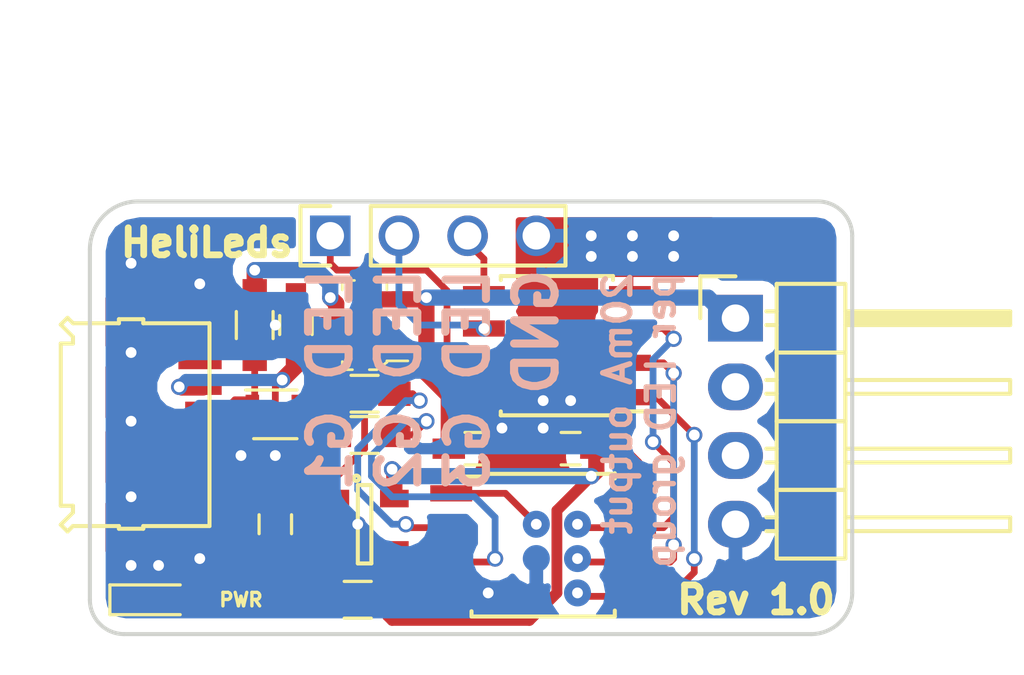
<source format=kicad_pcb>
(kicad_pcb (version 4) (host pcbnew 4.0.7-e2-6376~58~ubuntu16.04.1)

  (general
    (links 53)
    (no_connects 0)
    (area 114.405 87.724762 152.607001 113.003)
    (thickness 1.6)
    (drawings 16)
    (tracks 251)
    (zones 0)
    (modules 22)
    (nets 24)
  )

  (page A4)
  (layers
    (0 F.Cu signal)
    (31 B.Cu signal)
    (32 B.Adhes user)
    (33 F.Adhes user)
    (34 B.Paste user)
    (35 F.Paste user)
    (36 B.SilkS user)
    (37 F.SilkS user)
    (38 B.Mask user)
    (39 F.Mask user)
    (40 Dwgs.User user)
    (41 Cmts.User user)
    (42 Eco1.User user)
    (43 Eco2.User user)
    (44 Edge.Cuts user)
    (45 Margin user)
    (46 B.CrtYd user)
    (47 F.CrtYd user)
    (48 B.Fab user)
    (49 F.Fab user)
  )

  (setup
    (last_trace_width 0.25)
    (trace_clearance 0.2)
    (zone_clearance 0.508)
    (zone_45_only no)
    (trace_min 0.2)
    (segment_width 0.2)
    (edge_width 0.15)
    (via_size 0.6)
    (via_drill 0.4)
    (via_min_size 0.4)
    (via_min_drill 0.3)
    (uvia_size 0.3)
    (uvia_drill 0.1)
    (uvias_allowed no)
    (uvia_min_size 0.2)
    (uvia_min_drill 0.1)
    (pcb_text_width 0.3)
    (pcb_text_size 1.5 1.5)
    (mod_edge_width 0.15)
    (mod_text_size 1 1)
    (mod_text_width 0.15)
    (pad_size 1 1)
    (pad_drill 0)
    (pad_to_mask_clearance 0.2)
    (aux_axis_origin 0 0)
    (visible_elements FFFFFF7F)
    (pcbplotparams
      (layerselection 0x010f0_80000001)
      (usegerberextensions true)
      (excludeedgelayer true)
      (linewidth 0.100000)
      (plotframeref false)
      (viasonmask false)
      (mode 1)
      (useauxorigin false)
      (hpglpennumber 1)
      (hpglpenspeed 20)
      (hpglpendiameter 15)
      (hpglpenoverlay 2)
      (psnegative false)
      (psa4output false)
      (plotreference true)
      (plotvalue true)
      (plotinvisibletext false)
      (padsonsilk false)
      (subtractmaskfromsilk false)
      (outputformat 1)
      (mirror false)
      (drillshape 0)
      (scaleselection 1)
      (outputdirectory gerbers))
  )

  (net 0 "")
  (net 1 GND)
  (net 2 "Net-(P1-Pad4)")
  (net 3 "Net-(U3-Pad4)")
  (net 4 "Net-(C1-Pad1)")
  (net 5 +5V)
  (net 6 +3V3)
  (net 7 +BATT)
  (net 8 /RESET)
  (net 9 /DM)
  (net 10 /DP)
  (net 11 /MOSI)
  (net 12 /MISO)
  (net 13 /SCK)
  (net 14 "Net-(J1-Pad2)")
  (net 15 "Net-(J1-Pad3)")
  (net 16 "Net-(J2-Pad1)")
  (net 17 "Net-(J2-Pad2)")
  (net 18 "Net-(J2-Pad3)")
  (net 19 /DMx2)
  (net 20 /DPx2)
  (net 21 /DMx1)
  (net 22 /DPx1)
  (net 23 "Net-(D2-Pad2)")

  (net_class Default "This is the default net class."
    (clearance 0.2)
    (trace_width 0.25)
    (via_dia 0.6)
    (via_drill 0.4)
    (uvia_dia 0.3)
    (uvia_drill 0.1)
    (add_net /DM)
    (add_net /DMx1)
    (add_net /DMx2)
    (add_net /DP)
    (add_net /DPx1)
    (add_net /DPx2)
    (add_net /MISO)
    (add_net /MOSI)
    (add_net /RESET)
    (add_net /SCK)
    (add_net GND)
    (add_net "Net-(C1-Pad1)")
    (add_net "Net-(D2-Pad2)")
    (add_net "Net-(J1-Pad2)")
    (add_net "Net-(J1-Pad3)")
    (add_net "Net-(J2-Pad1)")
    (add_net "Net-(J2-Pad2)")
    (add_net "Net-(J2-Pad3)")
    (add_net "Net-(P1-Pad4)")
    (add_net "Net-(U3-Pad4)")
  )

  (net_class 5V ""
    (clearance 0.2)
    (trace_width 0.25)
    (via_dia 0.6)
    (via_drill 0.4)
    (uvia_dia 0.3)
    (uvia_drill 0.1)
    (add_net +5V)
  )

  (net_class Power ""
    (clearance 0.2)
    (trace_width 0.4)
    (via_dia 0.6)
    (via_drill 0.4)
    (uvia_dia 0.3)
    (uvia_drill 0.1)
    (add_net +3V3)
    (add_net +BATT)
  )

  (module pkl_pin_headers:Pin_Header_Angled_1x04 (layer F.Cu) (tedit 5B0334CC) (tstamp 5AFADE57)
    (at 141.732 99.568)
    (descr "Through hole pin header")
    (tags "pin header")
    (path /5AFABBC1)
    (fp_text reference J1 (at 0 -5.1) (layer F.SilkS) hide
      (effects (font (size 1 1) (thickness 0.15)))
    )
    (fp_text value CONN_XH_4POS (at 0 -3.1) (layer F.Fab)
      (effects (font (size 1 1) (thickness 0.15)))
    )
    (fp_line (start -1.5 -1.75) (end -1.5 9.4) (layer F.CrtYd) (width 0.05))
    (fp_line (start 10.65 -1.75) (end 10.65 9.4) (layer F.CrtYd) (width 0.05))
    (fp_line (start -1.5 -1.75) (end 10.65 -1.75) (layer F.CrtYd) (width 0.05))
    (fp_line (start -1.5 9.4) (end 10.65 9.4) (layer F.CrtYd) (width 0.05))
    (fp_line (start -1.3 -1.55) (end -1.3 0) (layer F.SilkS) (width 0.15))
    (fp_line (start 0 -1.55) (end -1.3 -1.55) (layer F.SilkS) (width 0.15))
    (fp_line (start 4.191 -0.127) (end 10.033 -0.127) (layer F.SilkS) (width 0.15))
    (fp_line (start 10.033 -0.127) (end 10.033 0.127) (layer F.SilkS) (width 0.15))
    (fp_line (start 10.033 0.127) (end 4.191 0.127) (layer F.SilkS) (width 0.15))
    (fp_line (start 4.191 0.127) (end 4.191 0) (layer F.SilkS) (width 0.15))
    (fp_line (start 4.191 0) (end 10.033 0) (layer F.SilkS) (width 0.15))
    (fp_line (start 1.524 -0.254) (end 1.143 -0.254) (layer F.SilkS) (width 0.15))
    (fp_line (start 1.524 0.254) (end 1.143 0.254) (layer F.SilkS) (width 0.15))
    (fp_line (start 1.524 2.286) (end 1.143 2.286) (layer F.SilkS) (width 0.15))
    (fp_line (start 1.524 2.794) (end 1.143 2.794) (layer F.SilkS) (width 0.15))
    (fp_line (start 1.524 4.826) (end 1.143 4.826) (layer F.SilkS) (width 0.15))
    (fp_line (start 1.524 5.334) (end 1.143 5.334) (layer F.SilkS) (width 0.15))
    (fp_line (start 1.524 7.874) (end 1.143 7.874) (layer F.SilkS) (width 0.15))
    (fp_line (start 1.524 7.366) (end 1.143 7.366) (layer F.SilkS) (width 0.15))
    (fp_line (start 1.524 -1.27) (end 4.064 -1.27) (layer F.SilkS) (width 0.15))
    (fp_line (start 1.524 1.27) (end 4.064 1.27) (layer F.SilkS) (width 0.15))
    (fp_line (start 1.524 1.27) (end 1.524 3.81) (layer F.SilkS) (width 0.15))
    (fp_line (start 1.524 3.81) (end 4.064 3.81) (layer F.SilkS) (width 0.15))
    (fp_line (start 4.064 2.286) (end 10.16 2.286) (layer F.SilkS) (width 0.15))
    (fp_line (start 10.16 2.286) (end 10.16 2.794) (layer F.SilkS) (width 0.15))
    (fp_line (start 10.16 2.794) (end 4.064 2.794) (layer F.SilkS) (width 0.15))
    (fp_line (start 4.064 3.81) (end 4.064 1.27) (layer F.SilkS) (width 0.15))
    (fp_line (start 4.064 1.27) (end 4.064 -1.27) (layer F.SilkS) (width 0.15))
    (fp_line (start 10.16 0.254) (end 4.064 0.254) (layer F.SilkS) (width 0.15))
    (fp_line (start 10.16 -0.254) (end 10.16 0.254) (layer F.SilkS) (width 0.15))
    (fp_line (start 4.064 -0.254) (end 10.16 -0.254) (layer F.SilkS) (width 0.15))
    (fp_line (start 1.524 1.27) (end 4.064 1.27) (layer F.SilkS) (width 0.15))
    (fp_line (start 1.524 -1.27) (end 1.524 1.27) (layer F.SilkS) (width 0.15))
    (fp_line (start 1.524 6.35) (end 4.064 6.35) (layer F.SilkS) (width 0.15))
    (fp_line (start 1.524 6.35) (end 1.524 8.89) (layer F.SilkS) (width 0.15))
    (fp_line (start 1.524 8.89) (end 4.064 8.89) (layer F.SilkS) (width 0.15))
    (fp_line (start 4.064 7.366) (end 10.16 7.366) (layer F.SilkS) (width 0.15))
    (fp_line (start 10.16 7.366) (end 10.16 7.874) (layer F.SilkS) (width 0.15))
    (fp_line (start 10.16 7.874) (end 4.064 7.874) (layer F.SilkS) (width 0.15))
    (fp_line (start 4.064 8.89) (end 4.064 6.35) (layer F.SilkS) (width 0.15))
    (fp_line (start 4.064 6.35) (end 4.064 3.81) (layer F.SilkS) (width 0.15))
    (fp_line (start 10.16 5.334) (end 4.064 5.334) (layer F.SilkS) (width 0.15))
    (fp_line (start 10.16 4.826) (end 10.16 5.334) (layer F.SilkS) (width 0.15))
    (fp_line (start 4.064 4.826) (end 10.16 4.826) (layer F.SilkS) (width 0.15))
    (fp_line (start 1.524 6.35) (end 4.064 6.35) (layer F.SilkS) (width 0.15))
    (fp_line (start 1.524 3.81) (end 1.524 6.35) (layer F.SilkS) (width 0.15))
    (fp_line (start 1.524 3.81) (end 4.064 3.81) (layer F.SilkS) (width 0.15))
    (pad 1 thru_hole rect (at 0 0) (size 2.032 1.7272) (drill 1.016) (layers *.Cu *.Mask)
      (net 7 +BATT))
    (pad 2 thru_hole oval (at 0 2.54) (size 2.032 1.7272) (drill 1.016) (layers *.Cu *.Mask)
      (net 14 "Net-(J1-Pad2)"))
    (pad 3 thru_hole oval (at 0 5.08) (size 2.032 1.7272) (drill 1.016) (layers *.Cu *.Mask)
      (net 15 "Net-(J1-Pad3)"))
    (pad 4 thru_hole oval (at 0 7.62) (size 2.032 1.7272) (drill 1.016) (layers *.Cu *.Mask)
      (net 1 GND))
  )

  (module pkl_housings_soic:SOIC-8_5.3x5.3mm_Pitch1.27mm (layer F.Cu) (tedit 5A53DDD1) (tstamp 5AF79087)
    (at 134.62 107.95)
    (descr "8-Lead Plastic Small Outline (SN) - Wide, 5.20 mm Body [SOIC]")
    (tags "SOIC 1.27")
    (path /5AF77FE1)
    (attr smd)
    (fp_text reference IC1 (at 0 -3.5) (layer F.Fab)
      (effects (font (size 1 1) (thickness 0.15)))
    )
    (fp_text value ATTINY85-S (at 0 3.5) (layer F.Fab)
      (effects (font (size 1 1) (thickness 0.15)))
    )
    (fp_text user %R (at 0 0) (layer F.Fab)
      (effects (font (size 1 1) (thickness 0.15)))
    )
    (fp_line (start -1.65 -2.65) (end 2.65 -2.65) (layer F.Fab) (width 0.1))
    (fp_line (start 2.65 -2.65) (end 2.65 2.65) (layer F.Fab) (width 0.1))
    (fp_line (start 2.65 2.65) (end -2.65 2.65) (layer F.Fab) (width 0.1))
    (fp_line (start -2.65 2.65) (end -2.65 -1.65) (layer F.Fab) (width 0.1))
    (fp_line (start -2.65 -1.65) (end -1.65 -2.65) (layer F.Fab) (width 0.1))
    (fp_line (start -4.5 -2.7) (end -4.5 2.7) (layer F.CrtYd) (width 0.05))
    (fp_line (start 4.5 -2.7) (end 4.5 2.7) (layer F.CrtYd) (width 0.05))
    (fp_line (start -4.5 -2.7) (end 4.5 -2.7) (layer F.CrtYd) (width 0.05))
    (fp_line (start -4.5 2.7) (end 4.5 2.7) (layer F.CrtYd) (width 0.05))
    (fp_line (start -2.075 -2.575) (end -2.075 -2.525) (layer F.SilkS) (width 0.15))
    (fp_line (start 2.65 -2.65) (end 2.65 -2.455) (layer F.SilkS) (width 0.15))
    (fp_line (start 2.65 2.65) (end 2.65 2.43) (layer F.SilkS) (width 0.15))
    (fp_line (start -2.65 2.65) (end -2.65 2.455) (layer F.SilkS) (width 0.15))
    (fp_line (start -2.075 -2.625) (end 2.65 -2.625) (layer F.SilkS) (width 0.15))
    (fp_line (start -2.65 2.65) (end 2.65 2.65) (layer F.SilkS) (width 0.15))
    (fp_line (start -2.075 -2.525) (end -3.475 -2.525) (layer F.SilkS) (width 0.15))
    (pad 1 smd rect (at -3.4 -1.905) (size 1.55 0.6) (layers F.Cu F.Paste F.Mask)
      (net 8 /RESET))
    (pad 2 smd rect (at -3.4 -0.635) (size 1.55 0.6) (layers F.Cu F.Paste F.Mask)
      (net 9 /DM))
    (pad 3 smd rect (at -3.4 0.635) (size 1.55 0.6) (layers F.Cu F.Paste F.Mask)
      (net 10 /DP))
    (pad 4 smd rect (at -3.4 1.905) (size 1.55 0.6) (layers F.Cu F.Paste F.Mask)
      (net 1 GND))
    (pad 5 smd rect (at 3.4 1.905) (size 1.55 0.6) (layers F.Cu F.Paste F.Mask)
      (net 11 /MOSI))
    (pad 6 smd rect (at 3.4 0.635) (size 1.55 0.6) (layers F.Cu F.Paste F.Mask)
      (net 12 /MISO))
    (pad 7 smd rect (at 3.4 -0.635) (size 1.55 0.6) (layers F.Cu F.Paste F.Mask)
      (net 13 /SCK))
    (pad 8 smd rect (at 3.4 -1.905) (size 1.55 0.6) (layers F.Cu F.Paste F.Mask)
      (net 6 +3V3))
    (model ${KISYS3DMOD}/Housings_SOIC.3dshapes/SOIC-8_3.9x4.9mm_Pitch1.27mm.wrl
      (at (xyz 0 0 0))
      (scale (xyz 1 1 1))
      (rotate (xyz 0 0 0))
    )
  )

  (module pkl_connectors:Connector_USB_Micro_B_SMD (layer F.Cu) (tedit 5753D636) (tstamp 5AF79096)
    (at 119.38 103.505 180)
    (path /5AF78B36)
    (fp_text reference P1 (at 4 0 270) (layer F.Fab)
      (effects (font (size 1 1) (thickness 0.15)))
    )
    (fp_text value pkl_USB_OTG (at -4.5 0 270) (layer F.Fab)
      (effects (font (size 1 1) (thickness 0.15)))
    )
    (fp_line (start 1.45 4.8) (end 1.45 -4.8) (layer F.Fab) (width 0.15))
    (fp_line (start 2.7 4.8) (end -3.45 4.8) (layer F.CrtYd) (width 0.1))
    (fp_line (start 2.7 -4.8) (end 2.7 4.8) (layer F.CrtYd) (width 0.1))
    (fp_line (start -3.45 -4.8) (end 2.7 -4.8) (layer F.CrtYd) (width 0.1))
    (fp_line (start -3.45 4.8) (end -3.45 -4.8) (layer F.CrtYd) (width 0.1))
    (fp_line (start 2.15 3) (end 2.6 3) (layer F.SilkS) (width 0.15))
    (fp_line (start 2.15 3.25) (end 2.15 3) (layer F.SilkS) (width 0.15))
    (fp_line (start 2.6 3.7) (end 2.15 3.25) (layer F.SilkS) (width 0.15))
    (fp_line (start 2.35 3.95) (end 2.6 3.7) (layer F.SilkS) (width 0.15))
    (fp_line (start 2.15 3.75) (end 2.35 3.95) (layer F.SilkS) (width 0.15))
    (fp_line (start 2.15 -3) (end 2.6 -3) (layer F.SilkS) (width 0.15))
    (fp_line (start 2.15 -3.25) (end 2.15 -3) (layer F.SilkS) (width 0.15))
    (fp_line (start 2.6 -3.7) (end 2.15 -3.25) (layer F.SilkS) (width 0.15))
    (fp_line (start 2.35 -3.95) (end 2.6 -3.7) (layer F.SilkS) (width 0.15))
    (fp_line (start 2.15 -3.75) (end 2.35 -3.95) (layer F.SilkS) (width 0.15))
    (fp_line (start 0.45 3.75) (end 2.15 3.75) (layer F.SilkS) (width 0.15))
    (fp_line (start 0.45 3.9) (end 0.45 3.75) (layer F.SilkS) (width 0.15))
    (fp_line (start -0.45 3.9) (end 0.45 3.9) (layer F.SilkS) (width 0.15))
    (fp_line (start -0.45 3.75) (end -0.45 3.9) (layer F.SilkS) (width 0.15))
    (fp_line (start 2.6 3) (end 2.6 -3) (layer F.SilkS) (width 0.15))
    (fp_line (start -2.9 3.75) (end -0.45 3.75) (layer F.SilkS) (width 0.15))
    (fp_line (start -2.9 -3.75) (end -0.45 -3.75) (layer F.SilkS) (width 0.15))
    (fp_line (start -2.9 3.75) (end -2.9 -3.75) (layer F.SilkS) (width 0.15))
    (fp_line (start -0.45 -3.75) (end -0.45 -3.85) (layer F.SilkS) (width 0.15))
    (fp_line (start -0.45 -3.85) (end 0.45 -3.85) (layer F.SilkS) (width 0.15))
    (fp_line (start 0.45 -3.85) (end 0.45 -3.75) (layer F.SilkS) (width 0.15))
    (fp_line (start 0.45 -3.75) (end 2.15 -3.75) (layer F.SilkS) (width 0.15))
    (pad GND smd rect (at 0 1.2 270) (size 1.9 1.9) (layers F.Cu F.Paste F.Mask)
      (net 1 GND))
    (pad GND smd rect (at 0 -1.2 270) (size 1.9 1.9) (layers F.Cu F.Paste F.Mask)
      (net 1 GND))
    (pad GND smd rect (at 0 -3.8 270) (size 1.8 1.9) (layers F.Cu F.Paste F.Mask)
      (net 1 GND))
    (pad GND smd rect (at 0 3.8 270) (size 1.8 1.9) (layers F.Cu F.Paste F.Mask)
      (net 1 GND))
    (pad GND smd rect (at -2.55 -3.1 270) (size 2.1 1.6) (layers F.Cu F.Paste F.Mask)
      (net 1 GND))
    (pad GND smd rect (at -2.55 3.1 270) (size 2.1 1.6) (layers F.Cu F.Paste F.Mask)
      (net 1 GND))
    (pad 1 smd rect (at -2.675 1.3 270) (size 0.4 1.35) (layers F.Cu F.Paste F.Mask)
      (net 5 +5V))
    (pad 2 smd rect (at -2.675 0.65 270) (size 0.4 1.35) (layers F.Cu F.Paste F.Mask)
      (net 19 /DMx2))
    (pad 3 smd rect (at -2.675 0 270) (size 0.4 1.35) (layers F.Cu F.Paste F.Mask)
      (net 20 /DPx2))
    (pad 4 smd rect (at -2.675 -0.65 270) (size 0.4 1.35) (layers F.Cu F.Paste F.Mask)
      (net 2 "Net-(P1-Pad4)"))
    (pad 5 smd rect (at -2.675 -1.3 270) (size 0.4 1.35) (layers F.Cu F.Paste F.Mask)
      (net 1 GND))
    (model Connectors_USB.3dshapes/USB_Micro-B_Molex_47346-0001.wrl
      (at (xyz 0 0 0))
      (scale (xyz 1 1 1))
      (rotate (xyz 0 0 270))
    )
  )

  (module Housings_SOIC:SOIC-8-1EP_3.9x4.9mm_Pitch1.27mm (layer F.Cu) (tedit 5B0334AB) (tstamp 5AF790B0)
    (at 135.128 100.584 180)
    (descr "8-Lead Thermally Enhanced Plastic Small Outline (SE) - Narrow, 3.90 mm Body [SOIC] (see Microchip Packaging Specification 00000049BS.pdf)")
    (tags "SOIC 1.27")
    (path /5AF78849)
    (attr smd)
    (fp_text reference U2 (at 0 -3.5 180) (layer F.SilkS) hide
      (effects (font (size 1 1) (thickness 0.15)))
    )
    (fp_text value CL320SG-G (at 0 3.5 180) (layer F.Fab)
      (effects (font (size 1 1) (thickness 0.15)))
    )
    (fp_line (start -3.75 -2.75) (end -3.75 2.75) (layer F.CrtYd) (width 0.05))
    (fp_line (start 3.75 -2.75) (end 3.75 2.75) (layer F.CrtYd) (width 0.05))
    (fp_line (start -3.75 -2.75) (end 3.75 -2.75) (layer F.CrtYd) (width 0.05))
    (fp_line (start -3.75 2.75) (end 3.75 2.75) (layer F.CrtYd) (width 0.05))
    (fp_line (start -2.075 -2.575) (end -2.075 -2.43) (layer F.SilkS) (width 0.15))
    (fp_line (start 2.075 -2.575) (end 2.075 -2.43) (layer F.SilkS) (width 0.15))
    (fp_line (start 2.075 2.575) (end 2.075 2.43) (layer F.SilkS) (width 0.15))
    (fp_line (start -2.075 2.575) (end -2.075 2.43) (layer F.SilkS) (width 0.15))
    (fp_line (start -2.075 -2.575) (end 2.075 -2.575) (layer F.SilkS) (width 0.15))
    (fp_line (start -2.075 2.575) (end 2.075 2.575) (layer F.SilkS) (width 0.15))
    (fp_line (start -2.075 -2.43) (end -3.475 -2.43) (layer F.SilkS) (width 0.15))
    (pad 1 smd rect (at -2.7 -1.905 180) (size 1.55 0.6) (layers F.Cu F.Paste F.Mask)
      (net 11 /MOSI))
    (pad 2 smd rect (at -2.7 -0.635 180) (size 1.55 0.6) (layers F.Cu F.Paste F.Mask)
      (net 12 /MISO))
    (pad 3 smd rect (at -2.7 0.635 180) (size 1.55 0.6) (layers F.Cu F.Paste F.Mask)
      (net 13 /SCK))
    (pad 4 smd rect (at -2.7 1.905 180) (size 1.55 0.6) (layers F.Cu F.Paste F.Mask)
      (net 1 GND))
    (pad 5 smd rect (at 2.7 1.905 180) (size 1.55 0.6) (layers F.Cu F.Paste F.Mask)
      (net 18 "Net-(J2-Pad3)"))
    (pad 6 smd rect (at 2.7 0.635 180) (size 1.55 0.6) (layers F.Cu F.Paste F.Mask)
      (net 17 "Net-(J2-Pad2)"))
    (pad 7 smd rect (at 2.7 -0.635 180) (size 1.55 0.6) (layers F.Cu F.Paste F.Mask)
      (net 16 "Net-(J2-Pad1)"))
    (pad 8 smd rect (at 2.7 -1.905 180) (size 1.55 0.6) (layers F.Cu F.Paste F.Mask)
      (net 7 +BATT))
    (pad 9 smd rect (at 0.5875 0.5875 180) (size 1.175 1.175) (layers F.Cu F.Paste F.Mask)
      (net 1 GND) (solder_paste_margin_ratio -0.2))
    (pad 9 smd rect (at 0.5875 -0.5875 180) (size 1.175 1.175) (layers F.Cu F.Paste F.Mask)
      (net 1 GND) (solder_paste_margin_ratio -0.2))
    (pad 9 smd rect (at -0.5875 0.5875 180) (size 1.175 1.175) (layers F.Cu F.Paste F.Mask)
      (net 1 GND) (solder_paste_margin_ratio -0.2))
    (pad 9 smd rect (at -0.5875 -0.5875 180) (size 1.175 1.175) (layers F.Cu F.Paste F.Mask)
      (net 1 GND) (solder_paste_margin_ratio -0.2))
    (model Housings_SOIC.3dshapes/SOIC-8-1EP_3.9x4.9mm_Pitch1.27mm.wrl
      (at (xyz 0 0 0))
      (scale (xyz 1 1 1))
      (rotate (xyz 0 0 0))
    )
  )

  (module TO_SOT_Packages_SMD:SOT-23-5 (layer F.Cu) (tedit 5B03349F) (tstamp 5AF790B9)
    (at 128.016 107.188)
    (descr "5-pin SOT23 package")
    (tags SOT-23-5)
    (path /5AF782AF)
    (attr smd)
    (fp_text reference U3 (at -0.05 -2.55) (layer F.SilkS) hide
      (effects (font (size 1 1) (thickness 0.15)))
    )
    (fp_text value MIC5225-3.3V (at -0.05 2.35) (layer F.Fab)
      (effects (font (size 1 1) (thickness 0.15)))
    )
    (fp_line (start -1.8 -1.6) (end 1.8 -1.6) (layer F.CrtYd) (width 0.05))
    (fp_line (start 1.8 -1.6) (end 1.8 1.6) (layer F.CrtYd) (width 0.05))
    (fp_line (start 1.8 1.6) (end -1.8 1.6) (layer F.CrtYd) (width 0.05))
    (fp_line (start -1.8 1.6) (end -1.8 -1.6) (layer F.CrtYd) (width 0.05))
    (fp_circle (center -0.3 -1.7) (end -0.2 -1.7) (layer F.SilkS) (width 0.15))
    (fp_line (start 0.25 -1.45) (end -0.25 -1.45) (layer F.SilkS) (width 0.15))
    (fp_line (start 0.25 1.45) (end 0.25 -1.45) (layer F.SilkS) (width 0.15))
    (fp_line (start -0.25 1.45) (end 0.25 1.45) (layer F.SilkS) (width 0.15))
    (fp_line (start -0.25 -1.45) (end -0.25 1.45) (layer F.SilkS) (width 0.15))
    (pad 1 smd rect (at -1.1 -0.95) (size 1.06 0.65) (layers F.Cu F.Paste F.Mask)
      (net 4 "Net-(C1-Pad1)"))
    (pad 2 smd rect (at -1.1 0) (size 1.06 0.65) (layers F.Cu F.Paste F.Mask)
      (net 1 GND))
    (pad 3 smd rect (at -1.1 0.95) (size 1.06 0.65) (layers F.Cu F.Paste F.Mask)
      (net 4 "Net-(C1-Pad1)"))
    (pad 4 smd rect (at 1.1 0.95) (size 1.06 0.65) (layers F.Cu F.Paste F.Mask)
      (net 3 "Net-(U3-Pad4)"))
    (pad 5 smd rect (at 1.1 -0.95) (size 1.06 0.65) (layers F.Cu F.Paste F.Mask)
      (net 6 +3V3))
    (model TO_SOT_Packages_SMD.3dshapes/SOT-23-5.wrl
      (at (xyz 0 0 0))
      (scale (xyz 1 1 1))
      (rotate (xyz 0 0 0))
    )
  )

  (module Capacitors_SMD:C_0603_HandSoldering (layer F.Cu) (tedit 5B03347B) (tstamp 5AFADE2B)
    (at 124.714 107.188 90)
    (descr "Capacitor SMD 0603, hand soldering")
    (tags "capacitor 0603")
    (path /5AFA8311)
    (attr smd)
    (fp_text reference C1 (at 0 -1.25 90) (layer F.SilkS) hide
      (effects (font (size 1 1) (thickness 0.15)))
    )
    (fp_text value 10uF (at 0 1.5 90) (layer F.Fab)
      (effects (font (size 1 1) (thickness 0.15)))
    )
    (fp_text user %R (at 0 -1.25 90) (layer F.Fab)
      (effects (font (size 1 1) (thickness 0.15)))
    )
    (fp_line (start -0.8 0.4) (end -0.8 -0.4) (layer F.Fab) (width 0.1))
    (fp_line (start 0.8 0.4) (end -0.8 0.4) (layer F.Fab) (width 0.1))
    (fp_line (start 0.8 -0.4) (end 0.8 0.4) (layer F.Fab) (width 0.1))
    (fp_line (start -0.8 -0.4) (end 0.8 -0.4) (layer F.Fab) (width 0.1))
    (fp_line (start -0.35 -0.6) (end 0.35 -0.6) (layer F.SilkS) (width 0.12))
    (fp_line (start 0.35 0.6) (end -0.35 0.6) (layer F.SilkS) (width 0.12))
    (fp_line (start -1.8 -0.65) (end 1.8 -0.65) (layer F.CrtYd) (width 0.05))
    (fp_line (start -1.8 -0.65) (end -1.8 0.65) (layer F.CrtYd) (width 0.05))
    (fp_line (start 1.8 0.65) (end 1.8 -0.65) (layer F.CrtYd) (width 0.05))
    (fp_line (start 1.8 0.65) (end -1.8 0.65) (layer F.CrtYd) (width 0.05))
    (pad 1 smd rect (at -0.95 0 90) (size 1.2 0.75) (layers F.Cu F.Paste F.Mask)
      (net 4 "Net-(C1-Pad1)"))
    (pad 2 smd rect (at 0.95 0 90) (size 1.2 0.75) (layers F.Cu F.Paste F.Mask)
      (net 1 GND))
    (model Capacitors_SMD.3dshapes/C_0603.wrl
      (at (xyz 0 0 0))
      (scale (xyz 1 1 1))
      (rotate (xyz 0 0 0))
    )
  )

  (module Capacitors_SMD:C_0603_HandSoldering (layer F.Cu) (tedit 5B03348D) (tstamp 5AFADE31)
    (at 125.476 99.822 90)
    (descr "Capacitor SMD 0603, hand soldering")
    (tags "capacitor 0603")
    (path /5AFA6A61)
    (attr smd)
    (fp_text reference C2 (at 0 -1.25 90) (layer F.SilkS) hide
      (effects (font (size 1 1) (thickness 0.15)))
    )
    (fp_text value 100nF (at 0 1.5 90) (layer F.Fab)
      (effects (font (size 1 1) (thickness 0.15)))
    )
    (fp_text user %R (at 0 -1.25 90) (layer F.Fab)
      (effects (font (size 1 1) (thickness 0.15)))
    )
    (fp_line (start -0.8 0.4) (end -0.8 -0.4) (layer F.Fab) (width 0.1))
    (fp_line (start 0.8 0.4) (end -0.8 0.4) (layer F.Fab) (width 0.1))
    (fp_line (start 0.8 -0.4) (end 0.8 0.4) (layer F.Fab) (width 0.1))
    (fp_line (start -0.8 -0.4) (end 0.8 -0.4) (layer F.Fab) (width 0.1))
    (fp_line (start -0.35 -0.6) (end 0.35 -0.6) (layer F.SilkS) (width 0.12))
    (fp_line (start 0.35 0.6) (end -0.35 0.6) (layer F.SilkS) (width 0.12))
    (fp_line (start -1.8 -0.65) (end 1.8 -0.65) (layer F.CrtYd) (width 0.05))
    (fp_line (start -1.8 -0.65) (end -1.8 0.65) (layer F.CrtYd) (width 0.05))
    (fp_line (start 1.8 0.65) (end 1.8 -0.65) (layer F.CrtYd) (width 0.05))
    (fp_line (start 1.8 0.65) (end -1.8 0.65) (layer F.CrtYd) (width 0.05))
    (pad 1 smd rect (at -0.95 0 90) (size 1.2 0.75) (layers F.Cu F.Paste F.Mask)
      (net 5 +5V))
    (pad 2 smd rect (at 0.95 0 90) (size 1.2 0.75) (layers F.Cu F.Paste F.Mask)
      (net 1 GND))
    (model Capacitors_SMD.3dshapes/C_0603.wrl
      (at (xyz 0 0 0))
      (scale (xyz 1 1 1))
      (rotate (xyz 0 0 0))
    )
  )

  (module Capacitors_SMD:C_0603_HandSoldering (layer F.Cu) (tedit 5B03344A) (tstamp 5AFADE37)
    (at 135.636 104.394 180)
    (descr "Capacitor SMD 0603, hand soldering")
    (tags "capacitor 0603")
    (path /5AFA8620)
    (attr smd)
    (fp_text reference C3 (at -3.81 -1.27 180) (layer F.SilkS) hide
      (effects (font (size 1 1) (thickness 0.15)))
    )
    (fp_text value 10uF (at 0 1.5 180) (layer F.Fab)
      (effects (font (size 1 1) (thickness 0.15)))
    )
    (fp_text user %R (at 0 -1.25 180) (layer F.Fab)
      (effects (font (size 1 1) (thickness 0.15)))
    )
    (fp_line (start -0.8 0.4) (end -0.8 -0.4) (layer F.Fab) (width 0.1))
    (fp_line (start 0.8 0.4) (end -0.8 0.4) (layer F.Fab) (width 0.1))
    (fp_line (start 0.8 -0.4) (end 0.8 0.4) (layer F.Fab) (width 0.1))
    (fp_line (start -0.8 -0.4) (end 0.8 -0.4) (layer F.Fab) (width 0.1))
    (fp_line (start -0.35 -0.6) (end 0.35 -0.6) (layer F.SilkS) (width 0.12))
    (fp_line (start 0.35 0.6) (end -0.35 0.6) (layer F.SilkS) (width 0.12))
    (fp_line (start -1.8 -0.65) (end 1.8 -0.65) (layer F.CrtYd) (width 0.05))
    (fp_line (start -1.8 -0.65) (end -1.8 0.65) (layer F.CrtYd) (width 0.05))
    (fp_line (start 1.8 0.65) (end 1.8 -0.65) (layer F.CrtYd) (width 0.05))
    (fp_line (start 1.8 0.65) (end -1.8 0.65) (layer F.CrtYd) (width 0.05))
    (pad 1 smd rect (at -0.95 0 180) (size 1.2 0.75) (layers F.Cu F.Paste F.Mask)
      (net 6 +3V3))
    (pad 2 smd rect (at 0.95 0 180) (size 1.2 0.75) (layers F.Cu F.Paste F.Mask)
      (net 1 GND))
    (model Capacitors_SMD.3dshapes/C_0603.wrl
      (at (xyz 0 0 0))
      (scale (xyz 1 1 1))
      (rotate (xyz 0 0 0))
    )
  )

  (module Capacitors_SMD:C_0603_HandSoldering (layer F.Cu) (tedit 5B0334A6) (tstamp 5AFADE3D)
    (at 132.08 104.394)
    (descr "Capacitor SMD 0603, hand soldering")
    (tags "capacitor 0603")
    (path /5AFAAE2B)
    (attr smd)
    (fp_text reference C4 (at 0 -1.25) (layer F.SilkS) hide
      (effects (font (size 1 1) (thickness 0.15)))
    )
    (fp_text value 100nF (at 0 1.5) (layer F.Fab)
      (effects (font (size 1 1) (thickness 0.15)))
    )
    (fp_text user %R (at 0 -1.25) (layer F.Fab)
      (effects (font (size 1 1) (thickness 0.15)))
    )
    (fp_line (start -0.8 0.4) (end -0.8 -0.4) (layer F.Fab) (width 0.1))
    (fp_line (start 0.8 0.4) (end -0.8 0.4) (layer F.Fab) (width 0.1))
    (fp_line (start 0.8 -0.4) (end 0.8 0.4) (layer F.Fab) (width 0.1))
    (fp_line (start -0.8 -0.4) (end 0.8 -0.4) (layer F.Fab) (width 0.1))
    (fp_line (start -0.35 -0.6) (end 0.35 -0.6) (layer F.SilkS) (width 0.12))
    (fp_line (start 0.35 0.6) (end -0.35 0.6) (layer F.SilkS) (width 0.12))
    (fp_line (start -1.8 -0.65) (end 1.8 -0.65) (layer F.CrtYd) (width 0.05))
    (fp_line (start -1.8 -0.65) (end -1.8 0.65) (layer F.CrtYd) (width 0.05))
    (fp_line (start 1.8 0.65) (end 1.8 -0.65) (layer F.CrtYd) (width 0.05))
    (fp_line (start 1.8 0.65) (end -1.8 0.65) (layer F.CrtYd) (width 0.05))
    (pad 1 smd rect (at -0.95 0) (size 1.2 0.75) (layers F.Cu F.Paste F.Mask)
      (net 7 +BATT))
    (pad 2 smd rect (at 0.95 0) (size 1.2 0.75) (layers F.Cu F.Paste F.Mask)
      (net 1 GND))
    (model Capacitors_SMD.3dshapes/C_0603.wrl
      (at (xyz 0 0 0))
      (scale (xyz 1 1 1))
      (rotate (xyz 0 0 0))
    )
  )

  (module digikey-footprints:SOT-23-3 (layer F.Cu) (tedit 5B03349B) (tstamp 5AFADE44)
    (at 128.016 99.822 180)
    (path /5AFAEFFD)
    (fp_text reference D1 (at 0.025 -3.375 180) (layer F.SilkS) hide
      (effects (font (size 1 1) (thickness 0.15)))
    )
    (fp_text value BAT54C (at 0.025 3.25 180) (layer F.Fab)
      (effects (font (size 1 1) (thickness 0.15)))
    )
    (fp_line (start -1.825 -1.95) (end 1.825 -1.95) (layer F.CrtYd) (width 0.05))
    (fp_line (start -1.825 -1.95) (end -1.825 1.95) (layer F.CrtYd) (width 0.05))
    (fp_line (start 1.825 1.95) (end -1.825 1.95) (layer F.CrtYd) (width 0.05))
    (fp_line (start 1.825 -1.95) (end 1.825 1.95) (layer F.CrtYd) (width 0.05))
    (fp_line (start -0.175 -1.65) (end -0.45 -1.65) (layer F.SilkS) (width 0.1))
    (fp_line (start -0.45 -1.65) (end -0.825 -1.375) (layer F.SilkS) (width 0.1))
    (fp_line (start -0.825 -1.375) (end -0.825 -1.325) (layer F.SilkS) (width 0.1))
    (fp_line (start -0.825 -1.325) (end -1.6 -1.325) (layer F.SilkS) (width 0.1))
    (fp_line (start -0.7 -1.325) (end -0.7 1.525) (layer F.Fab) (width 0.1))
    (fp_line (start -0.425 -1.525) (end 0.7 -1.525) (layer F.Fab) (width 0.1))
    (fp_line (start -0.425 -1.525) (end -0.7 -1.325) (layer F.Fab) (width 0.1))
    (fp_line (start -0.35 1.65) (end -0.825 1.65) (layer F.SilkS) (width 0.1))
    (fp_line (start -0.825 1.65) (end -0.825 1.3) (layer F.SilkS) (width 0.1))
    (fp_line (start 0.825 1.425) (end 0.825 1.3) (layer F.SilkS) (width 0.1))
    (fp_line (start 0.825 1.35) (end 0.825 1.65) (layer F.SilkS) (width 0.1))
    (fp_line (start 0.825 1.65) (end 0.375 1.65) (layer F.SilkS) (width 0.1))
    (fp_line (start 0.45 -1.65) (end 0.825 -1.65) (layer F.SilkS) (width 0.1))
    (fp_line (start 0.825 -1.65) (end 0.825 -1.35) (layer F.SilkS) (width 0.1))
    (fp_text user %R (at -0.125 0.15 180) (layer F.Fab)
      (effects (font (size 0.25 0.25) (thickness 0.05)))
    )
    (fp_line (start -0.7 1.52) (end 0.7 1.52) (layer F.Fab) (width 0.1))
    (fp_line (start 0.7 1.52) (end 0.7 -1.52) (layer F.Fab) (width 0.1))
    (pad 3 smd rect (at 1.05 0 180) (size 1.3 0.6) (layers F.Cu F.Paste F.Mask)
      (net 5 +5V) (solder_mask_margin 0.07))
    (pad 2 smd rect (at -1.05 0.95 180) (size 1.3 0.6) (layers F.Cu F.Paste F.Mask)
      (net 7 +BATT) (solder_mask_margin 0.07))
    (pad 1 smd rect (at -1.05 -0.95 180) (size 1.3 0.6) (layers F.Cu F.Paste F.Mask)
      (net 4 "Net-(C1-Pad1)") (solder_mask_margin 0.07))
  )

  (module pkl_pads:PAD_SMD_R_1x1 (layer B.Cu) (tedit 5B032983) (tstamp 5AFADE4F)
    (at 134.366 108.458)
    (path /5AFADA90)
    (fp_text reference GND1 (at 0 -2.5) (layer B.Fab)
      (effects (font (size 1 1) (thickness 0.15)) (justify mirror))
    )
    (fp_text value POGO_PAD_SMD (at 0 2.2) (layer B.Fab)
      (effects (font (size 1 1) (thickness 0.15)) (justify mirror))
    )
    (pad 1 smd oval (at 0 0) (size 1 1) (layers B.Cu B.Mask)
      (net 1 GND))
  )

  (module pkl_pin_headers:Pin_Header_Straight_1x04 (layer F.Cu) (tedit 5B033467) (tstamp 5AFADE5F)
    (at 126.746 96.52 90)
    (descr "Through hole pin header")
    (tags "pin header")
    (path /5AFACED9)
    (fp_text reference J2 (at 0 -5.1 90) (layer F.SilkS) hide
      (effects (font (size 1 1) (thickness 0.15)))
    )
    (fp_text value HEADER_4POS_2.50mm (at 0 -3.1 90) (layer F.Fab)
      (effects (font (size 1 1) (thickness 0.15)))
    )
    (fp_line (start -1.25 -1.25) (end -1.25 8.85) (layer F.CrtYd) (width 0.05))
    (fp_line (start 1.25 -1.25) (end 1.25 8.85) (layer F.CrtYd) (width 0.05))
    (fp_line (start -1.25 -1.25) (end 1.25 -1.25) (layer F.CrtYd) (width 0.05))
    (fp_line (start -1.25 8.85) (end 1.25 8.85) (layer F.CrtYd) (width 0.05))
    (fp_line (start -1.1 1.5) (end -1.1 8.7) (layer F.SilkS) (width 0.15))
    (fp_line (start 1.1 1.5) (end 1.1 8.7) (layer F.SilkS) (width 0.15))
    (fp_line (start 1.1 -1.1) (end 1.1 0) (layer F.SilkS) (width 0.15))
    (fp_line (start -1.1 8.7) (end 1.1 8.7) (layer F.SilkS) (width 0.15))
    (fp_line (start 1.1 1.5) (end -1.1 1.5) (layer F.SilkS) (width 0.15))
    (fp_line (start -1.1 0) (end -1.1 -1.1) (layer F.SilkS) (width 0.15))
    (fp_line (start -1.1 -1.1) (end 1.1 -1.1) (layer F.SilkS) (width 0.15))
    (pad 1 thru_hole rect (at 0 0 90) (size 1.5 1.5) (drill 1.016) (layers *.Cu *.Mask)
      (net 16 "Net-(J2-Pad1)"))
    (pad 2 thru_hole oval (at 0 2.54 90) (size 1.5 1.5) (drill 1.016) (layers *.Cu *.Mask)
      (net 17 "Net-(J2-Pad2)"))
    (pad 3 thru_hole oval (at 0 5.08 90) (size 1.5 1.5) (drill 1.016) (layers *.Cu *.Mask)
      (net 18 "Net-(J2-Pad3)"))
    (pad 4 thru_hole oval (at 0 7.62 90) (size 1.5 1.5) (drill 1.016) (layers *.Cu *.Mask)
      (net 1 GND))
  )

  (module pkl_pads:PAD_SMD_R_1x1 (layer B.Cu) (tedit 5B0318D8) (tstamp 5AFADE64)
    (at 135.89 108.458)
    (path /5AFAD9E7)
    (fp_text reference MISO1 (at 0 -2.5) (layer B.Fab)
      (effects (font (size 1 1) (thickness 0.15)) (justify mirror))
    )
    (fp_text value POGO_PAD_SMD (at 0 2.2) (layer B.Fab)
      (effects (font (size 1 1) (thickness 0.15)) (justify mirror))
    )
    (pad 1 smd oval (at 0 0) (size 1 1) (layers B.Cu B.Mask)
      (net 12 /MISO))
  )

  (module pkl_pads:PAD_SMD_R_1x1 (layer B.Cu) (tedit 5B031863) (tstamp 5AFADE69)
    (at 135.89 109.728)
    (path /5AFADA38)
    (fp_text reference MOSI1 (at 0 -2.5) (layer B.Fab)
      (effects (font (size 1 1) (thickness 0.15)) (justify mirror))
    )
    (fp_text value POGO_PAD_SMD (at 0 2.2) (layer B.Fab)
      (effects (font (size 1 1) (thickness 0.15)) (justify mirror))
    )
    (pad 1 smd oval (at 0 0) (size 1 1) (layers B.Cu B.Mask)
      (net 11 /MOSI))
  )

  (module Resistors_SMD:R_0603_HandSoldering (layer F.Cu) (tedit 5B033488) (tstamp 5AFADE6F)
    (at 123.952 99.822 270)
    (descr "Resistor SMD 0603, hand soldering")
    (tags "resistor 0603")
    (path /5AFA9A33)
    (attr smd)
    (fp_text reference R1 (at 0 -1.45 270) (layer F.SilkS) hide
      (effects (font (size 1 1) (thickness 0.15)))
    )
    (fp_text value 1k5 (at 0 1.55 270) (layer F.Fab)
      (effects (font (size 1 1) (thickness 0.15)))
    )
    (fp_text user %R (at 0 0 270) (layer F.Fab)
      (effects (font (size 0.4 0.4) (thickness 0.075)))
    )
    (fp_line (start -0.8 0.4) (end -0.8 -0.4) (layer F.Fab) (width 0.1))
    (fp_line (start 0.8 0.4) (end -0.8 0.4) (layer F.Fab) (width 0.1))
    (fp_line (start 0.8 -0.4) (end 0.8 0.4) (layer F.Fab) (width 0.1))
    (fp_line (start -0.8 -0.4) (end 0.8 -0.4) (layer F.Fab) (width 0.1))
    (fp_line (start 0.5 0.68) (end -0.5 0.68) (layer F.SilkS) (width 0.12))
    (fp_line (start -0.5 -0.68) (end 0.5 -0.68) (layer F.SilkS) (width 0.12))
    (fp_line (start -1.96 -0.7) (end 1.95 -0.7) (layer F.CrtYd) (width 0.05))
    (fp_line (start -1.96 -0.7) (end -1.96 0.7) (layer F.CrtYd) (width 0.05))
    (fp_line (start 1.95 0.7) (end 1.95 -0.7) (layer F.CrtYd) (width 0.05))
    (fp_line (start 1.95 0.7) (end -1.96 0.7) (layer F.CrtYd) (width 0.05))
    (pad 1 smd rect (at -1.1 0 270) (size 1.2 0.9) (layers F.Cu F.Paste F.Mask)
      (net 5 +5V))
    (pad 2 smd rect (at 1.1 0 270) (size 1.2 0.9) (layers F.Cu F.Paste F.Mask)
      (net 19 /DMx2))
    (model ${KISYS3DMOD}/Resistors_SMD.3dshapes/R_0603.wrl
      (at (xyz 0 0 0))
      (scale (xyz 1 1 1))
      (rotate (xyz 0 0 0))
    )
  )

  (module Resistors_SMD:R_0603_HandSoldering (layer F.Cu) (tedit 5B0334C4) (tstamp 5AFADE75)
    (at 127.762 109.982 180)
    (descr "Resistor SMD 0603, hand soldering")
    (tags "resistor 0603")
    (path /5AFA9070)
    (attr smd)
    (fp_text reference R2 (at 0 -1.45 180) (layer F.SilkS) hide
      (effects (font (size 1 1) (thickness 0.15)))
    )
    (fp_text value 1k (at 0 1.55 180) (layer F.Fab)
      (effects (font (size 1 1) (thickness 0.15)))
    )
    (fp_text user %R (at 0 0 180) (layer F.Fab)
      (effects (font (size 0.4 0.4) (thickness 0.075)))
    )
    (fp_line (start -0.8 0.4) (end -0.8 -0.4) (layer F.Fab) (width 0.1))
    (fp_line (start 0.8 0.4) (end -0.8 0.4) (layer F.Fab) (width 0.1))
    (fp_line (start 0.8 -0.4) (end 0.8 0.4) (layer F.Fab) (width 0.1))
    (fp_line (start -0.8 -0.4) (end 0.8 -0.4) (layer F.Fab) (width 0.1))
    (fp_line (start 0.5 0.68) (end -0.5 0.68) (layer F.SilkS) (width 0.12))
    (fp_line (start -0.5 -0.68) (end 0.5 -0.68) (layer F.SilkS) (width 0.12))
    (fp_line (start -1.96 -0.7) (end 1.95 -0.7) (layer F.CrtYd) (width 0.05))
    (fp_line (start -1.96 -0.7) (end -1.96 0.7) (layer F.CrtYd) (width 0.05))
    (fp_line (start 1.95 0.7) (end 1.95 -0.7) (layer F.CrtYd) (width 0.05))
    (fp_line (start 1.95 0.7) (end -1.96 0.7) (layer F.CrtYd) (width 0.05))
    (pad 1 smd rect (at -1.1 0 180) (size 1.2 0.9) (layers F.Cu F.Paste F.Mask)
      (net 6 +3V3))
    (pad 2 smd rect (at 1.1 0 180) (size 1.2 0.9) (layers F.Cu F.Paste F.Mask)
      (net 23 "Net-(D2-Pad2)"))
    (model ${KISYS3DMOD}/Resistors_SMD.3dshapes/R_0603.wrl
      (at (xyz 0 0 0))
      (scale (xyz 1 1 1))
      (rotate (xyz 0 0 0))
    )
  )

  (module Resistors_SMD:R_0603_HandSoldering (layer F.Cu) (tedit 5B033492) (tstamp 5AFADE7B)
    (at 128.016 102.362)
    (descr "Resistor SMD 0603, hand soldering")
    (tags "resistor 0603")
    (path /5AFA628F)
    (attr smd)
    (fp_text reference R3 (at 0 -1.45) (layer F.SilkS) hide
      (effects (font (size 1 1) (thickness 0.15)))
    )
    (fp_text value 68R (at 0 1.55) (layer F.Fab)
      (effects (font (size 1 1) (thickness 0.15)))
    )
    (fp_text user %R (at 0 0) (layer F.Fab)
      (effects (font (size 0.4 0.4) (thickness 0.075)))
    )
    (fp_line (start -0.8 0.4) (end -0.8 -0.4) (layer F.Fab) (width 0.1))
    (fp_line (start 0.8 0.4) (end -0.8 0.4) (layer F.Fab) (width 0.1))
    (fp_line (start 0.8 -0.4) (end 0.8 0.4) (layer F.Fab) (width 0.1))
    (fp_line (start -0.8 -0.4) (end 0.8 -0.4) (layer F.Fab) (width 0.1))
    (fp_line (start 0.5 0.68) (end -0.5 0.68) (layer F.SilkS) (width 0.12))
    (fp_line (start -0.5 -0.68) (end 0.5 -0.68) (layer F.SilkS) (width 0.12))
    (fp_line (start -1.96 -0.7) (end 1.95 -0.7) (layer F.CrtYd) (width 0.05))
    (fp_line (start -1.96 -0.7) (end -1.96 0.7) (layer F.CrtYd) (width 0.05))
    (fp_line (start 1.95 0.7) (end 1.95 -0.7) (layer F.CrtYd) (width 0.05))
    (fp_line (start 1.95 0.7) (end -1.96 0.7) (layer F.CrtYd) (width 0.05))
    (pad 1 smd rect (at -1.1 0) (size 1.2 0.9) (layers F.Cu F.Paste F.Mask)
      (net 21 /DMx1))
    (pad 2 smd rect (at 1.1 0) (size 1.2 0.9) (layers F.Cu F.Paste F.Mask)
      (net 9 /DM))
    (model ${KISYS3DMOD}/Resistors_SMD.3dshapes/R_0603.wrl
      (at (xyz 0 0 0))
      (scale (xyz 1 1 1))
      (rotate (xyz 0 0 0))
    )
  )

  (module Resistors_SMD:R_0603_HandSoldering (layer F.Cu) (tedit 5B033497) (tstamp 5AFADE81)
    (at 128.016 103.886)
    (descr "Resistor SMD 0603, hand soldering")
    (tags "resistor 0603")
    (path /5AFA652F)
    (attr smd)
    (fp_text reference R4 (at 0 -1.45) (layer F.SilkS) hide
      (effects (font (size 1 1) (thickness 0.15)))
    )
    (fp_text value 68R (at 0 1.55) (layer F.Fab)
      (effects (font (size 1 1) (thickness 0.15)))
    )
    (fp_text user %R (at 0 0) (layer F.Fab)
      (effects (font (size 0.4 0.4) (thickness 0.075)))
    )
    (fp_line (start -0.8 0.4) (end -0.8 -0.4) (layer F.Fab) (width 0.1))
    (fp_line (start 0.8 0.4) (end -0.8 0.4) (layer F.Fab) (width 0.1))
    (fp_line (start 0.8 -0.4) (end 0.8 0.4) (layer F.Fab) (width 0.1))
    (fp_line (start -0.8 -0.4) (end 0.8 -0.4) (layer F.Fab) (width 0.1))
    (fp_line (start 0.5 0.68) (end -0.5 0.68) (layer F.SilkS) (width 0.12))
    (fp_line (start -0.5 -0.68) (end 0.5 -0.68) (layer F.SilkS) (width 0.12))
    (fp_line (start -1.96 -0.7) (end 1.95 -0.7) (layer F.CrtYd) (width 0.05))
    (fp_line (start -1.96 -0.7) (end -1.96 0.7) (layer F.CrtYd) (width 0.05))
    (fp_line (start 1.95 0.7) (end 1.95 -0.7) (layer F.CrtYd) (width 0.05))
    (fp_line (start 1.95 0.7) (end -1.96 0.7) (layer F.CrtYd) (width 0.05))
    (pad 1 smd rect (at -1.1 0) (size 1.2 0.9) (layers F.Cu F.Paste F.Mask)
      (net 22 /DPx1))
    (pad 2 smd rect (at 1.1 0) (size 1.2 0.9) (layers F.Cu F.Paste F.Mask)
      (net 10 /DP))
    (model ${KISYS3DMOD}/Resistors_SMD.3dshapes/R_0603.wrl
      (at (xyz 0 0 0))
      (scale (xyz 1 1 1))
      (rotate (xyz 0 0 0))
    )
  )

  (module pkl_pads:PAD_SMD_R_1x1 (layer B.Cu) (tedit 5B0318EE) (tstamp 5AFADE86)
    (at 134.366 107.188)
    (path /5AFAD687)
    (fp_text reference RESET1 (at 0 -2.5) (layer B.Fab)
      (effects (font (size 1 1) (thickness 0.15)) (justify mirror))
    )
    (fp_text value RESET (at 0 2.2) (layer B.Fab)
      (effects (font (size 1 1) (thickness 0.15)) (justify mirror))
    )
    (pad 1 smd oval (at 0 0) (size 1 1) (layers B.Cu B.Mask)
      (net 8 /RESET))
  )

  (module pkl_pads:PAD_SMD_R_1x1 (layer B.Cu) (tedit 5B0318E1) (tstamp 5AFADE8B)
    (at 135.89 107.188)
    (path /5AFAD991)
    (fp_text reference SCK1 (at 0 -2.5) (layer B.Fab)
      (effects (font (size 1 1) (thickness 0.15)) (justify mirror))
    )
    (fp_text value POGO_PAD_SMD (at 0 2.2) (layer B.Fab)
      (effects (font (size 1 1) (thickness 0.15)) (justify mirror))
    )
    (pad 1 smd oval (at 0 0) (size 1 1) (layers B.Cu B.Mask)
      (net 13 /SCK))
  )

  (module TO_SOT_Packages_SMD:SOT-666 (layer F.Cu) (tedit 5B033482) (tstamp 5B030D31)
    (at 124.714 103.124)
    (descr SOT666)
    (tags SOT-666)
    (path /5AF7899F)
    (attr smd)
    (fp_text reference U1 (at 0 -1.75) (layer F.SilkS) hide
      (effects (font (size 1 1) (thickness 0.15)))
    )
    (fp_text value USBLC6-2 (at 0 1.75 180) (layer F.Fab)
      (effects (font (size 1 1) (thickness 0.15)))
    )
    (fp_text user %R (at 0 0 90) (layer F.Fab)
      (effects (font (size 0.5 0.5) (thickness 0.075)))
    )
    (fp_line (start -0.65 -0.53) (end -0.33 -0.85) (layer F.Fab) (width 0.1))
    (fp_line (start 0.8 -0.9) (end -1.1 -0.9) (layer F.SilkS) (width 0.12))
    (fp_line (start -0.8 0.9) (end 0.8 0.9) (layer F.SilkS) (width 0.12))
    (fp_line (start -1.5 -1.1) (end 1.5 -1.1) (layer F.CrtYd) (width 0.05))
    (fp_line (start 0.65 -0.85) (end -0.33 -0.85) (layer F.Fab) (width 0.1))
    (fp_line (start -0.65 -0.53) (end -0.65 0.85) (layer F.Fab) (width 0.1))
    (fp_line (start -1.5 1.1) (end 1.5 1.1) (layer F.CrtYd) (width 0.05))
    (fp_line (start 0.65 -0.85) (end 0.65 0.85) (layer F.Fab) (width 0.1))
    (fp_line (start 0.65 0.85) (end -0.65 0.85) (layer F.Fab) (width 0.1))
    (fp_line (start -1.5 -1.1) (end -1.5 1.1) (layer F.CrtYd) (width 0.05))
    (fp_line (start 1.5 1.1) (end 1.5 -1.1) (layer F.CrtYd) (width 0.05))
    (pad 1 smd rect (at -0.85 -0.5375) (size 0.5 0.375) (layers F.Cu F.Paste F.Mask)
      (net 19 /DMx2))
    (pad 3 smd rect (at -0.85 0.5375) (size 0.5 0.375) (layers F.Cu F.Paste F.Mask)
      (net 20 /DPx2))
    (pad 5 smd rect (at 0.925 0) (size 0.65 0.3) (layers F.Cu F.Paste F.Mask)
      (net 5 +5V))
    (pad 2 smd rect (at -0.925 0) (size 0.65 0.3) (layers F.Cu F.Paste F.Mask)
      (net 1 GND))
    (pad 4 smd rect (at 0.85 0.5375) (size 0.5 0.375) (layers F.Cu F.Paste F.Mask)
      (net 22 /DPx1))
    (pad 6 smd rect (at 0.85 -0.5375) (size 0.5 0.375) (layers F.Cu F.Paste F.Mask)
      (net 21 /DMx1))
    (model ${KISYS3DMOD}/TO_SOT_Packages_SMD.3dshapes/SOT-666.wrl
      (at (xyz 0 0 0))
      (scale (xyz 1 1 1))
      (rotate (xyz 0 0 0))
    )
  )

  (module LEDs:LED_0603_HandSoldering (layer F.Cu) (tedit 5B033475) (tstamp 5B030E16)
    (at 120.396 109.982)
    (descr "LED SMD 0603, hand soldering")
    (tags "LED 0603")
    (path /5B031682)
    (attr smd)
    (fp_text reference D2 (at 0 -1.45) (layer F.SilkS) hide
      (effects (font (size 1 1) (thickness 0.15)))
    )
    (fp_text value "PWR LED" (at 0 1.55) (layer F.Fab)
      (effects (font (size 1 1) (thickness 0.15)))
    )
    (fp_line (start -1.8 -0.55) (end -1.8 0.55) (layer F.SilkS) (width 0.12))
    (fp_line (start -0.2 -0.2) (end -0.2 0.2) (layer F.Fab) (width 0.1))
    (fp_line (start -0.15 0) (end 0.15 -0.2) (layer F.Fab) (width 0.1))
    (fp_line (start 0.15 0.2) (end -0.15 0) (layer F.Fab) (width 0.1))
    (fp_line (start 0.15 -0.2) (end 0.15 0.2) (layer F.Fab) (width 0.1))
    (fp_line (start 0.8 0.4) (end -0.8 0.4) (layer F.Fab) (width 0.1))
    (fp_line (start 0.8 -0.4) (end 0.8 0.4) (layer F.Fab) (width 0.1))
    (fp_line (start -0.8 -0.4) (end 0.8 -0.4) (layer F.Fab) (width 0.1))
    (fp_line (start -1.8 0.55) (end 0.8 0.55) (layer F.SilkS) (width 0.12))
    (fp_line (start -1.8 -0.55) (end 0.8 -0.55) (layer F.SilkS) (width 0.12))
    (fp_line (start -1.96 -0.7) (end 1.95 -0.7) (layer F.CrtYd) (width 0.05))
    (fp_line (start -1.96 -0.7) (end -1.96 0.7) (layer F.CrtYd) (width 0.05))
    (fp_line (start 1.95 0.7) (end 1.95 -0.7) (layer F.CrtYd) (width 0.05))
    (fp_line (start 1.95 0.7) (end -1.96 0.7) (layer F.CrtYd) (width 0.05))
    (fp_line (start -0.8 -0.4) (end -0.8 0.4) (layer F.Fab) (width 0.1))
    (pad 1 smd rect (at -1.1 0) (size 1.2 0.9) (layers F.Cu F.Paste F.Mask)
      (net 1 GND))
    (pad 2 smd rect (at 1.1 0) (size 1.2 0.9) (layers F.Cu F.Paste F.Mask)
      (net 23 "Net-(D2-Pad2)"))
    (model ${KISYS3DMOD}/LEDs.3dshapes/LED_0603.wrl
      (at (xyz 0 0 0))
      (scale (xyz 1 1 1))
      (rotate (xyz 0 0 180))
    )
  )

  (gr_text "20mA output \nper LED group" (at 138.176 97.79 90) (layer B.SilkS)
    (effects (font (size 1 1) (thickness 0.2)) (justify left mirror))
  )
  (gr_text "Rev 1.0" (at 139.446 109.982) (layer F.SilkS)
    (effects (font (size 1 1) (thickness 0.25)) (justify left))
  )
  (gr_text HeliLeds (at 118.872 96.774) (layer F.SilkS)
    (effects (font (size 1 1) (thickness 0.25)) (justify left))
  )
  (gr_text PWR (at 123.444 109.982) (layer F.SilkS)
    (effects (font (size 0.5 0.5) (thickness 0.125)))
  )
  (gr_text "LED G3" (at 131.826 101.854 90) (layer B.SilkS)
    (effects (font (size 1.5 1.5) (thickness 0.3)) (justify mirror))
  )
  (gr_text "LED G2" (at 129.286 101.854 90) (layer B.SilkS)
    (effects (font (size 1.5 1.5) (thickness 0.3)) (justify mirror))
  )
  (gr_text GND (at 134.366 100.076 90) (layer B.SilkS)
    (effects (font (size 1.5 1.5) (thickness 0.3)) (justify mirror))
  )
  (gr_text "LED G1" (at 126.746 101.854 90) (layer B.SilkS)
    (effects (font (size 1.5 1.5) (thickness 0.3)) (justify mirror))
  )
  (gr_line (start 117.856 109.982) (end 117.856 97.028) (angle 90) (layer Edge.Cuts) (width 0.15))
  (gr_line (start 144.526 111.252) (end 119.126 111.252) (angle 90) (layer Edge.Cuts) (width 0.15))
  (gr_line (start 146.05 96.52) (end 146.05 109.728) (angle 90) (layer Edge.Cuts) (width 0.15))
  (gr_line (start 119.634 95.25) (end 144.78 95.25) (angle 90) (layer Edge.Cuts) (width 0.15))
  (gr_arc (start 144.526 109.728) (end 146.05 109.728) (angle 90) (layer Edge.Cuts) (width 0.15))
  (gr_arc (start 119.126 109.982) (end 119.126 111.252) (angle 90) (layer Edge.Cuts) (width 0.15))
  (gr_arc (start 119.634 97.028) (end 117.856 97.028) (angle 90) (layer Edge.Cuts) (width 0.15))
  (gr_arc (start 144.78 96.52) (end 144.78 95.25) (angle 90) (layer Edge.Cuts) (width 0.15))

  (segment (start 135.636 102.616) (end 134.62 102.616) (width 0.25) (layer F.Cu) (net 1))
  (segment (start 135.636 102.616) (end 134.62 102.616) (width 0.25) (layer F.Cu) (net 1) (tstamp 5B0330FE))
  (segment (start 134.62 102.616) (end 135.636 102.616) (width 0.25) (layer F.Cu) (net 1) (tstamp 5B0330FF))
  (via (at 135.636 102.616) (size 0.6) (drill 0.4) (layers F.Cu B.Cu) (net 1))
  (segment (start 135.636 102.616) (end 134.62 102.616) (width 0.25) (layer B.Cu) (net 1) (tstamp 5B033105))
  (segment (start 134.62 102.616) (end 135.382 102.616) (width 0.25) (layer F.Cu) (net 1))
  (segment (start 135.382 102.616) (end 135.636 102.616) (width 0.25) (layer F.Cu) (net 1) (tstamp 5B0330F7))
  (segment (start 134.62 103.632) (end 134.62 102.616) (width 0.25) (layer B.Cu) (net 1))
  (via (at 134.62 103.632) (size 0.6) (drill 0.4) (layers F.Cu B.Cu) (net 1))
  (via (at 134.62 102.616) (size 0.6) (drill 0.4) (layers F.Cu B.Cu) (net 1))
  (segment (start 137.922 96.52) (end 139.446 96.52) (width 0.25) (layer B.Cu) (net 1))
  (via (at 139.446 97.282) (size 0.6) (drill 0.4) (layers F.Cu B.Cu) (net 1))
  (segment (start 139.446 96.52) (end 139.446 97.282) (width 0.25) (layer F.Cu) (net 1) (tstamp 5B0330E5))
  (via (at 139.446 96.52) (size 0.6) (drill 0.4) (layers F.Cu B.Cu) (net 1))
  (segment (start 137.922 97.282) (end 137.922 96.52) (width 0.25) (layer B.Cu) (net 1))
  (via (at 137.922 97.282) (size 0.6) (drill 0.4) (layers F.Cu B.Cu) (net 1))
  (segment (start 137.828 97.376) (end 137.922 97.282) (width 0.25) (layer F.Cu) (net 1) (tstamp 5B0325F6))
  (segment (start 137.828 98.679) (end 137.828 97.376) (width 0.25) (layer F.Cu) (net 1))
  (via (at 136.398 97.282) (size 0.6) (drill 0.4) (layers F.Cu B.Cu) (net 1))
  (segment (start 136.398 98.806) (end 136.398 97.282) (width 0.25) (layer F.Cu) (net 1) (tstamp 5B03307C))
  (segment (start 136.398 99.314) (end 136.398 98.806) (width 0.25) (layer F.Cu) (net 1) (tstamp 5B033076))
  (segment (start 136.398 99.314) (end 135.7155 99.9965) (width 0.25) (layer F.Cu) (net 1) (tstamp 5B033075))
  (segment (start 136.398 96.52) (end 136.398 97.282) (width 0.25) (layer B.Cu) (net 1) (tstamp 5B0330C6))
  (via (at 136.398 96.52) (size 0.6) (drill 0.4) (layers F.Cu B.Cu) (net 1))
  (segment (start 137.922 96.52) (end 136.398 96.52) (width 0.25) (layer F.Cu) (net 1) (tstamp 5B0330C3))
  (via (at 137.922 96.52) (size 0.6) (drill 0.4) (layers F.Cu B.Cu) (net 1))
  (segment (start 134.62 101.251) (end 134.62 102.616) (width 0.25) (layer F.Cu) (net 1))
  (segment (start 134.686 103.698) (end 134.62 103.632) (width 0.25) (layer F.Cu) (net 1) (tstamp 5B0325E8))
  (segment (start 134.686 103.698) (end 134.686 104.394) (width 0.25) (layer F.Cu) (net 1))
  (segment (start 134.62 101.251) (end 134.5405 101.1715) (width 0.25) (layer F.Cu) (net 1) (tstamp 5B03306A))
  (segment (start 134.5405 101.1715) (end 135.7155 99.9965) (width 0.25) (layer F.Cu) (net 1) (tstamp 5B033071))
  (segment (start 135.7155 99.9965) (end 135.7155 101.1715) (width 0.25) (layer F.Cu) (net 1) (tstamp 5B033073))
  (segment (start 135.7155 101.1715) (end 135.7155 99.9965) (width 0.25) (layer F.Cu) (net 1) (tstamp 5B033074))
  (segment (start 125.476 98.872) (end 125.476 99.06) (width 0.25) (layer F.Cu) (net 1))
  (segment (start 125.476 99.06) (end 124.714 99.822) (width 0.25) (layer F.Cu) (net 1) (tstamp 5B032D23))
  (via (at 124.714 99.822) (size 0.6) (drill 0.4) (layers F.Cu B.Cu) (net 1))
  (segment (start 133.03 104.394) (end 133.03 103.698) (width 0.25) (layer F.Cu) (net 1))
  (segment (start 133.03 103.698) (end 133.096 103.632) (width 0.25) (layer F.Cu) (net 1) (tstamp 5B0325DE))
  (via (at 133.096 103.632) (size 0.6) (drill 0.4) (layers F.Cu B.Cu) (net 1))
  (segment (start 121.93 100.405) (end 122.607 100.405) (width 0.25) (layer F.Cu) (net 1))
  (segment (start 125.41 98.872) (end 125.476 98.872) (width 0.25) (layer F.Cu) (net 1) (tstamp 5B032503))
  (segment (start 126.916 107.188) (end 127.762 107.188) (width 0.25) (layer F.Cu) (net 1))
  (via (at 127.762 107.188) (size 0.6) (drill 0.4) (layers F.Cu B.Cu) (net 1))
  (via (at 119.38 100.838) (size 0.6) (drill 0.4) (layers F.Cu B.Cu) (net 1))
  (via (at 119.38 103.378) (size 0.6) (drill 0.4) (layers F.Cu B.Cu) (net 1))
  (via (at 119.38 106.172) (size 0.6) (drill 0.4) (layers F.Cu B.Cu) (net 1))
  (segment (start 119.296 109.982) (end 119.888 109.982) (width 0.25) (layer F.Cu) (net 1))
  (segment (start 119.888 109.982) (end 120.396 109.474) (width 0.25) (layer F.Cu) (net 1) (tstamp 5B0322AF))
  (segment (start 120.396 109.474) (end 120.396 108.712) (width 0.25) (layer F.Cu) (net 1) (tstamp 5B0322B3))
  (via (at 120.396 108.712) (size 0.6) (drill 0.4) (layers F.Cu B.Cu) (net 1))
  (segment (start 119.38 107.305) (end 119.38 108.712) (width 0.25) (layer F.Cu) (net 1))
  (via (at 119.38 108.712) (size 0.6) (drill 0.4) (layers F.Cu B.Cu) (net 1))
  (segment (start 119.38 99.705) (end 119.38 97.536) (width 0.25) (layer F.Cu) (net 1))
  (via (at 119.38 97.536) (size 0.6) (drill 0.4) (layers F.Cu B.Cu) (net 1))
  (segment (start 121.93 100.405) (end 121.93 98.308) (width 0.25) (layer F.Cu) (net 1))
  (segment (start 121.93 98.308) (end 121.92 98.298) (width 0.25) (layer F.Cu) (net 1) (tstamp 5B03228F))
  (via (at 121.92 98.298) (size 0.6) (drill 0.4) (layers F.Cu B.Cu) (net 1))
  (segment (start 121.93 106.605) (end 121.93 108.448) (width 0.25) (layer F.Cu) (net 1))
  (segment (start 121.93 108.448) (end 121.92 108.458) (width 0.25) (layer F.Cu) (net 1) (tstamp 5B032288))
  (via (at 121.92 108.458) (size 0.6) (drill 0.4) (layers F.Cu B.Cu) (net 1))
  (segment (start 122.055 104.805) (end 123.287 104.805) (width 0.25) (layer F.Cu) (net 1))
  (segment (start 123.287 104.805) (end 123.444 104.648) (width 0.25) (layer F.Cu) (net 1) (tstamp 5B032267))
  (via (at 123.444 104.648) (size 0.6) (drill 0.4) (layers F.Cu B.Cu) (net 1))
  (segment (start 123.789 103.124) (end 124.331602 103.124) (width 0.25) (layer F.Cu) (net 1))
  (segment (start 124.331602 103.124) (end 124.714 103.506398) (width 0.25) (layer F.Cu) (net 1) (tstamp 5B03225C))
  (segment (start 124.714 103.506398) (end 124.714 104.648) (width 0.25) (layer F.Cu) (net 1) (tstamp 5B03225E))
  (via (at 124.714 104.648) (size 0.6) (drill 0.4) (layers F.Cu B.Cu) (net 1))
  (segment (start 121.93 106.605) (end 123.011 106.605) (width 0.25) (layer F.Cu) (net 1))
  (segment (start 123.011 106.605) (end 123.378 106.238) (width 0.25) (layer F.Cu) (net 1) (tstamp 5B032251))
  (segment (start 123.378 106.238) (end 124.714 106.238) (width 0.25) (layer F.Cu) (net 1) (tstamp 5B032254))
  (segment (start 119.38 107.305) (end 121.23 107.305) (width 0.25) (layer F.Cu) (net 1))
  (segment (start 121.23 107.305) (end 121.93 106.605) (width 0.25) (layer F.Cu) (net 1) (tstamp 5B032247))
  (segment (start 119.296 107.389) (end 119.38 107.305) (width 0.25) (layer F.Cu) (net 1) (tstamp 5B032230))
  (segment (start 119.38 107.305) (end 119.38 106.172) (width 0.25) (layer F.Cu) (net 1) (tstamp 5B032232))
  (segment (start 119.38 106.172) (end 119.38 104.705) (width 0.25) (layer F.Cu) (net 1) (tstamp 5B0322D1))
  (segment (start 119.38 104.705) (end 119.38 103.378) (width 0.25) (layer F.Cu) (net 1) (tstamp 5B032233))
  (segment (start 119.38 103.378) (end 119.38 102.305) (width 0.25) (layer F.Cu) (net 1) (tstamp 5B0322DB))
  (segment (start 119.38 102.305) (end 119.38 100.838) (width 0.25) (layer F.Cu) (net 1) (tstamp 5B032238))
  (segment (start 119.38 100.838) (end 119.38 99.705) (width 0.25) (layer F.Cu) (net 1) (tstamp 5B0322E1))
  (segment (start 119.38 99.705) (end 119.497 99.822) (width 0.25) (layer F.Cu) (net 1) (tstamp 5B032239))
  (segment (start 119.497 99.822) (end 121.347 99.822) (width 0.25) (layer F.Cu) (net 1) (tstamp 5B03223A))
  (segment (start 121.347 99.822) (end 121.93 100.405) (width 0.25) (layer F.Cu) (net 1) (tstamp 5B03223D))
  (segment (start 131.22 109.855) (end 132.461 109.855) (width 0.25) (layer F.Cu) (net 1))
  (segment (start 132.461 109.855) (end 132.588 109.728) (width 0.25) (layer F.Cu) (net 1) (tstamp 5B0321ED))
  (via (at 132.588 109.728) (size 0.6) (drill 0.4) (layers F.Cu B.Cu) (net 1))
  (segment (start 126.916 106.238) (end 126.916 105.494) (width 0.25) (layer F.Cu) (net 4))
  (segment (start 126.916 105.494) (end 127.508 104.902) (width 0.25) (layer F.Cu) (net 4) (tstamp 5B032355))
  (segment (start 127.508 104.902) (end 128.016 104.394) (width 0.25) (layer F.Cu) (net 4) (tstamp 5B032356))
  (segment (start 128.016 104.394) (end 128.016 101.6) (width 0.25) (layer F.Cu) (net 4) (tstamp 5B032358))
  (segment (start 128.016 101.6) (end 128.016 101.092) (width 0.25) (layer F.Cu) (net 4) (tstamp 5B03235A))
  (segment (start 128.016 101.092) (end 128.336 100.772) (width 0.25) (layer F.Cu) (net 4) (tstamp 5B03235E))
  (segment (start 128.336 100.772) (end 129.066 100.772) (width 0.25) (layer F.Cu) (net 4) (tstamp 5B032360))
  (segment (start 127 106.154) (end 126.916 106.238) (width 0.25) (layer F.Cu) (net 4) (tstamp 5B032348))
  (segment (start 125.73 107.442) (end 125.73 107.696) (width 0.25) (layer F.Cu) (net 4))
  (segment (start 125.73 107.696) (end 125.288 108.138) (width 0.25) (layer F.Cu) (net 4) (tstamp 5B0316C9))
  (segment (start 125.288 108.138) (end 124.714 108.138) (width 0.25) (layer F.Cu) (net 4) (tstamp 5B0316CA))
  (segment (start 125.73 107.696) (end 125.73 108.138) (width 0.25) (layer F.Cu) (net 4))
  (segment (start 125.73 108.138) (end 125.73 107.696) (width 0.25) (layer F.Cu) (net 4) (tstamp 5B0316BA))
  (segment (start 125.73 107.696) (end 126.172 108.138) (width 0.25) (layer F.Cu) (net 4) (tstamp 5B0316BC))
  (segment (start 126.172 108.138) (end 126.916 108.138) (width 0.25) (layer F.Cu) (net 4) (tstamp 5B0316BE))
  (segment (start 126.916 106.238) (end 126.172 106.238) (width 0.25) (layer F.Cu) (net 4))
  (segment (start 125.542 108.138) (end 124.714 108.138) (width 0.25) (layer F.Cu) (net 4) (tstamp 5B0316B3))
  (segment (start 125.73 107.95) (end 125.542 108.138) (width 0.25) (layer F.Cu) (net 4) (tstamp 5B0316B0))
  (segment (start 125.73 106.68) (end 125.73 107.442) (width 0.25) (layer F.Cu) (net 4) (tstamp 5B0316A9))
  (segment (start 125.73 107.696) (end 125.73 107.95) (width 0.25) (layer F.Cu) (net 4) (tstamp 5B0316B8))
  (segment (start 126.172 106.238) (end 125.73 106.68) (width 0.25) (layer F.Cu) (net 4) (tstamp 5B0316A7))
  (segment (start 124.714 108.138) (end 126.916 108.138) (width 0.25) (layer F.Cu) (net 4))
  (segment (start 125.639 103.124) (end 124.968 103.124) (width 0.25) (layer F.Cu) (net 5))
  (segment (start 124.714 102.108) (end 124.968 101.854) (width 0.25) (layer F.Cu) (net 5) (tstamp 5B031A56))
  (segment (start 124.714 102.87) (end 124.714 102.108) (width 0.25) (layer F.Cu) (net 5) (tstamp 5B031A54))
  (segment (start 124.968 103.124) (end 124.714 102.87) (width 0.25) (layer F.Cu) (net 5) (tstamp 5B031A53))
  (segment (start 124.968 101.854) (end 121.412 101.854) (width 0.45) (layer B.Cu) (net 5))
  (segment (start 121.255 102.205) (end 122.055 102.205) (width 0.45) (layer F.Cu) (net 5) (tstamp 5B0319D3))
  (segment (start 121.158 102.108) (end 121.255 102.205) (width 0.45) (layer F.Cu) (net 5) (tstamp 5B0319D2))
  (via (at 121.158 102.108) (size 0.6) (drill 0.4) (layers F.Cu B.Cu) (net 5))
  (segment (start 121.412 101.854) (end 121.158 102.108) (width 0.45) (layer B.Cu) (net 5) (tstamp 5B0319CB))
  (segment (start 125.476 100.772) (end 125.476 101.346) (width 0.6) (layer F.Cu) (net 5))
  (segment (start 125.476 101.346) (end 124.968 101.854) (width 0.6) (layer F.Cu) (net 5) (tstamp 5B031931))
  (via (at 124.968 101.854) (size 0.6) (drill 0.4) (layers F.Cu B.Cu) (net 5))
  (segment (start 123.952 98.722) (end 123.952 97.79) (width 0.6) (layer F.Cu) (net 5))
  (segment (start 126.966 99.026) (end 126.966 99.822) (width 0.6) (layer F.Cu) (net 5) (tstamp 5B0317E0))
  (segment (start 126.746 98.806) (end 126.966 99.026) (width 0.6) (layer F.Cu) (net 5) (tstamp 5B0317DF))
  (via (at 126.746 98.806) (size 0.6) (drill 0.4) (layers F.Cu B.Cu) (net 5))
  (segment (start 126.746 98.298) (end 126.746 98.806) (width 0.6) (layer B.Cu) (net 5) (tstamp 5B0317D6))
  (segment (start 126.238 97.79) (end 126.746 98.298) (width 0.6) (layer B.Cu) (net 5) (tstamp 5B0317D3))
  (segment (start 123.952 97.79) (end 126.238 97.79) (width 0.6) (layer B.Cu) (net 5) (tstamp 5B0317D2))
  (via (at 123.952 97.79) (size 0.6) (drill 0.4) (layers F.Cu B.Cu) (net 5))
  (segment (start 125.476 100.772) (end 126.812 100.772) (width 0.6) (layer F.Cu) (net 5))
  (segment (start 126.966 100.618) (end 126.966 99.822) (width 0.6) (layer F.Cu) (net 5) (tstamp 5B03167C))
  (segment (start 126.812 100.772) (end 126.966 100.618) (width 0.6) (layer F.Cu) (net 5) (tstamp 5B031678))
  (segment (start 128.862 109.982) (end 128.862 110.574) (width 0.4) (layer F.Cu) (net 6))
  (segment (start 135.128 106.68) (end 136.398 105.41) (width 0.4) (layer F.Cu) (net 6) (tstamp 5B032C53))
  (segment (start 135.128 109.728) (end 135.128 106.68) (width 0.4) (layer F.Cu) (net 6) (tstamp 5B032C52))
  (segment (start 134.112 110.744) (end 135.128 109.728) (width 0.4) (layer F.Cu) (net 6) (tstamp 5B032C44))
  (segment (start 129.032 110.744) (end 134.112 110.744) (width 0.4) (layer F.Cu) (net 6) (tstamp 5B032C42))
  (segment (start 128.862 110.574) (end 129.032 110.744) (width 0.4) (layer F.Cu) (net 6) (tstamp 5B032C41))
  (segment (start 128.862 109.982) (end 129.032 109.982) (width 0.4) (layer F.Cu) (net 6))
  (segment (start 128.862 109.982) (end 128.862 109.812) (width 0.5) (layer F.Cu) (net 6))
  (segment (start 129.116 106.238) (end 129.116 105.24) (width 0.6) (layer F.Cu) (net 6))
  (segment (start 129.116 105.24) (end 129.032 105.156) (width 0.6) (layer F.Cu) (net 6) (tstamp 5B031616))
  (via (at 129.032 105.156) (size 0.6) (drill 0.4) (layers F.Cu B.Cu) (net 6))
  (segment (start 129.032 105.156) (end 129.286 105.41) (width 0.6) (layer B.Cu) (net 6) (tstamp 5B031618))
  (segment (start 129.286 105.41) (end 136.398 105.41) (width 0.6) (layer B.Cu) (net 6) (tstamp 5B031619))
  (via (at 136.398 105.41) (size 0.6) (drill 0.4) (layers F.Cu B.Cu) (net 6))
  (segment (start 136.586 105.222) (end 136.586 104.394) (width 0.6) (layer F.Cu) (net 6) (tstamp 5B03161D))
  (segment (start 136.398 105.41) (end 136.586 105.222) (width 0.6) (layer F.Cu) (net 6) (tstamp 5B03161C))
  (segment (start 136.586 104.394) (end 137.414 104.394) (width 0.6) (layer F.Cu) (net 6) (status 10))
  (segment (start 138.02 105) (end 138.02 106.045) (width 0.6) (layer F.Cu) (net 6) (tstamp 5B03148F) (status 20))
  (segment (start 137.414 104.394) (end 138.02 105) (width 0.6) (layer F.Cu) (net 6) (tstamp 5B03148E))
  (segment (start 131.13 104.394) (end 131.13 102.428) (width 0.6) (layer F.Cu) (net 7))
  (segment (start 131.13 102.428) (end 130.302 101.6) (width 0.6) (layer F.Cu) (net 7) (tstamp 5B03159D))
  (segment (start 132.428 102.489) (end 131.445 102.489) (width 0.6) (layer F.Cu) (net 7))
  (segment (start 131.445 102.489) (end 130.302 101.6) (width 0.6) (layer F.Cu) (net 7) (tstamp 5B0314FF))
  (segment (start 130.302 101.6) (end 130.302 98.806) (width 0.6) (layer F.Cu) (net 7) (tstamp 5B031500))
  (segment (start 141.732 99.568) (end 141.478 99.568) (width 0.6) (layer B.Cu) (net 7))
  (segment (start 141.478 99.568) (end 140.716 98.806) (width 0.6) (layer B.Cu) (net 7) (tstamp 5B0314F4))
  (segment (start 140.716 98.806) (end 137.668 98.806) (width 0.6) (layer B.Cu) (net 7) (tstamp 5B0314F5))
  (segment (start 137.668 98.806) (end 130.302 98.806) (width 0.6) (layer B.Cu) (net 7) (tstamp 5B0314F6))
  (via (at 130.302 98.806) (size 0.6) (drill 0.4) (layers F.Cu B.Cu) (net 7))
  (segment (start 130.302 98.806) (end 130.236 98.872) (width 0.6) (layer F.Cu) (net 7) (tstamp 5B0314FA))
  (segment (start 130.236 98.872) (end 129.066 98.872) (width 0.6) (layer F.Cu) (net 7) (tstamp 5B0314FB))
  (via (at 134.366 107.188) (size 0.6) (drill 0.4) (layers F.Cu B.Cu) (net 8))
  (segment (start 131.22 106.045) (end 133.223 106.045) (width 0.25) (layer F.Cu) (net 8) (tstamp 5B03191D))
  (segment (start 133.223 106.045) (end 134.366 107.188) (width 0.25) (layer F.Cu) (net 8) (tstamp 5B03191C))
  (segment (start 131.22 107.315) (end 129.667 107.315) (width 0.25) (layer F.Cu) (net 9))
  (segment (start 129.794 102.362) (end 129.116 102.362) (width 0.25) (layer F.Cu) (net 9) (tstamp 5B0317A6))
  (segment (start 130.048 102.616) (end 129.794 102.362) (width 0.25) (layer F.Cu) (net 9) (tstamp 5B0317A5))
  (via (at 130.048 102.616) (size 0.6) (drill 0.4) (layers F.Cu B.Cu) (net 9))
  (segment (start 129.54 102.616) (end 130.048 102.616) (width 0.25) (layer B.Cu) (net 9) (tstamp 5B03179D))
  (segment (start 127.762 104.394) (end 129.54 102.616) (width 0.25) (layer B.Cu) (net 9) (tstamp 5B03179B))
  (segment (start 127.762 105.918) (end 127.762 104.394) (width 0.25) (layer B.Cu) (net 9) (tstamp 5B031797))
  (segment (start 129.032 107.188) (end 127.762 105.918) (width 0.25) (layer B.Cu) (net 9) (tstamp 5B03178B))
  (segment (start 129.54 107.188) (end 129.032 107.188) (width 0.25) (layer B.Cu) (net 9) (tstamp 5B03178A))
  (via (at 129.54 107.188) (size 0.6) (drill 0.4) (layers F.Cu B.Cu) (net 9))
  (segment (start 129.667 107.315) (end 129.54 107.188) (width 0.25) (layer F.Cu) (net 9) (tstamp 5B03177F))
  (segment (start 131.22 108.585) (end 132.715 108.585) (width 0.25) (layer F.Cu) (net 10))
  (segment (start 129.794 103.886) (end 129.116 103.886) (width 0.25) (layer F.Cu) (net 10) (tstamp 5B03177C))
  (segment (start 130.302 103.378) (end 129.794 103.886) (width 0.25) (layer F.Cu) (net 10) (tstamp 5B03177B))
  (via (at 130.302 103.378) (size 0.6) (drill 0.4) (layers F.Cu B.Cu) (net 10))
  (segment (start 129.54 103.378) (end 130.302 103.378) (width 0.25) (layer B.Cu) (net 10) (tstamp 5B03176D))
  (segment (start 128.27 104.648) (end 129.54 103.378) (width 0.25) (layer B.Cu) (net 10) (tstamp 5B03176B))
  (segment (start 128.27 105.41) (end 128.27 104.648) (width 0.25) (layer B.Cu) (net 10) (tstamp 5B03176A))
  (segment (start 129.032 106.172) (end 128.27 105.41) (width 0.25) (layer B.Cu) (net 10) (tstamp 5B031768))
  (segment (start 132.08 106.172) (end 129.032 106.172) (width 0.25) (layer B.Cu) (net 10) (tstamp 5B031767))
  (segment (start 132.842 106.934) (end 132.08 106.172) (width 0.25) (layer B.Cu) (net 10) (tstamp 5B031765))
  (segment (start 132.842 108.458) (end 132.842 106.934) (width 0.25) (layer B.Cu) (net 10) (tstamp 5B031764))
  (via (at 132.842 108.458) (size 0.6) (drill 0.4) (layers F.Cu B.Cu) (net 10))
  (segment (start 132.715 108.585) (end 132.842 108.458) (width 0.25) (layer F.Cu) (net 10) (tstamp 5B031756))
  (segment (start 138.02 109.855) (end 139.319 109.855) (width 0.25) (layer F.Cu) (net 11))
  (segment (start 140.208 108.966) (end 140.208 108.458) (width 0.25) (layer F.Cu) (net 11) (tstamp 5B032D69))
  (segment (start 139.319 109.855) (end 140.208 108.966) (width 0.25) (layer F.Cu) (net 11) (tstamp 5B032D66))
  (via (at 135.89 109.728) (size 0.6) (drill 0.4) (layers F.Cu B.Cu) (net 11))
  (segment (start 138.02 109.855) (end 136.017 109.855) (width 0.25) (layer F.Cu) (net 11) (tstamp 5B031904))
  (segment (start 136.017 109.855) (end 135.89 109.728) (width 0.25) (layer F.Cu) (net 11) (tstamp 5B031903))
  (segment (start 138.811 102.489) (end 137.828 102.489) (width 0.25) (layer F.Cu) (net 11) (tstamp 5B0314A3))
  (via (at 140.208 108.458) (size 0.6) (drill 0.4) (layers F.Cu B.Cu) (net 11))
  (segment (start 140.208 108.458) (end 140.208 103.886) (width 0.25) (layer B.Cu) (net 11) (tstamp 5B03149F))
  (via (at 140.208 103.886) (size 0.6) (drill 0.4) (layers F.Cu B.Cu) (net 11))
  (segment (start 140.208 103.886) (end 138.811 102.489) (width 0.25) (layer F.Cu) (net 11) (tstamp 5B0314A2))
  (segment (start 138.02 108.585) (end 139.319 108.585) (width 0.25) (layer F.Cu) (net 12))
  (segment (start 139.446 108.458) (end 139.446 107.95) (width 0.25) (layer F.Cu) (net 12) (tstamp 5B032D53))
  (segment (start 139.319 108.585) (end 139.446 108.458) (width 0.25) (layer F.Cu) (net 12) (tstamp 5B032D51))
  (segment (start 138.02 108.585) (end 136.017 108.585) (width 0.25) (layer F.Cu) (net 12))
  (via (at 135.89 108.458) (size 0.6) (drill 0.4) (layers F.Cu B.Cu) (net 12))
  (segment (start 136.017 108.585) (end 135.89 108.458) (width 0.25) (layer F.Cu) (net 12) (tstamp 5B031908))
  (segment (start 139.065 101.219) (end 137.828 101.219) (width 0.25) (layer F.Cu) (net 12) (tstamp 5B0314E5))
  (via (at 139.446 107.95) (size 0.6) (drill 0.4) (layers F.Cu B.Cu) (net 12))
  (segment (start 139.446 107.95) (end 139.446 101.6) (width 0.25) (layer B.Cu) (net 12) (tstamp 5B0314E1))
  (via (at 139.446 101.6) (size 0.6) (drill 0.4) (layers F.Cu B.Cu) (net 12))
  (segment (start 139.446 101.6) (end 139.065 101.219) (width 0.25) (layer F.Cu) (net 12) (tstamp 5B0314E4))
  (segment (start 138.02 107.315) (end 136.017 107.315) (width 0.25) (layer F.Cu) (net 13))
  (via (at 135.89 107.188) (size 0.6) (drill 0.4) (layers F.Cu B.Cu) (net 13))
  (segment (start 136.017 107.315) (end 135.89 107.188) (width 0.25) (layer F.Cu) (net 13) (tstamp 5B031910))
  (segment (start 138.02 107.315) (end 139.065 107.315) (width 0.25) (layer F.Cu) (net 13))
  (segment (start 139.065 99.949) (end 137.828 99.949) (width 0.25) (layer F.Cu) (net 13) (tstamp 5B0314F1))
  (segment (start 139.446 100.33) (end 139.065 99.949) (width 0.25) (layer F.Cu) (net 13) (tstamp 5B0314F0))
  (via (at 139.446 100.33) (size 0.6) (drill 0.4) (layers F.Cu B.Cu) (net 13))
  (segment (start 138.684 101.092) (end 139.446 100.33) (width 0.25) (layer B.Cu) (net 13) (tstamp 5B0314ED))
  (segment (start 138.684 104.14) (end 138.684 101.092) (width 0.25) (layer B.Cu) (net 13) (tstamp 5B0314EC))
  (via (at 138.684 104.14) (size 0.6) (drill 0.4) (layers F.Cu B.Cu) (net 13))
  (segment (start 139.446 104.902) (end 138.684 104.14) (width 0.25) (layer F.Cu) (net 13) (tstamp 5B0314E9))
  (segment (start 139.446 106.934) (end 139.446 104.902) (width 0.25) (layer F.Cu) (net 13) (tstamp 5B0314E8))
  (segment (start 139.065 107.315) (end 139.446 106.934) (width 0.25) (layer F.Cu) (net 13) (tstamp 5B0314E7))
  (segment (start 132.428 101.219) (end 131.445 101.219) (width 0.25) (layer F.Cu) (net 16))
  (segment (start 126.746 97.536) (end 126.746 96.52) (width 0.25) (layer F.Cu) (net 16) (tstamp 5B031517))
  (segment (start 127 97.79) (end 126.746 97.536) (width 0.25) (layer F.Cu) (net 16) (tstamp 5B031516))
  (segment (start 130.302 97.79) (end 127 97.79) (width 0.25) (layer F.Cu) (net 16) (tstamp 5B031515))
  (segment (start 131.064 98.552) (end 130.302 97.79) (width 0.25) (layer F.Cu) (net 16) (tstamp 5B031514))
  (segment (start 131.064 100.838) (end 131.064 98.552) (width 0.25) (layer F.Cu) (net 16) (tstamp 5B031513))
  (segment (start 131.445 101.219) (end 131.064 100.838) (width 0.25) (layer F.Cu) (net 16) (tstamp 5B03150E))
  (via (at 132.428 99.949) (size 0.6) (drill 0.4) (layers F.Cu B.Cu) (net 17))
  (segment (start 129.286 96.52) (end 129.286 99.06) (width 0.25) (layer B.Cu) (net 17) (tstamp 5B03151F))
  (segment (start 130.048 99.822) (end 129.286 99.06) (width 0.25) (layer B.Cu) (net 17) (tstamp 5B03151E))
  (segment (start 132.301 99.822) (end 130.048 99.822) (width 0.25) (layer B.Cu) (net 17) (tstamp 5B03151D))
  (segment (start 132.301 99.822) (end 132.428 99.949) (width 0.25) (layer B.Cu) (net 17) (tstamp 5B03151C))
  (segment (start 131.826 96.52) (end 131.826 96.774) (width 0.25) (layer F.Cu) (net 18))
  (segment (start 131.826 96.774) (end 132.428 97.376) (width 0.25) (layer F.Cu) (net 18) (tstamp 5B031522))
  (segment (start 132.428 97.376) (end 132.428 98.679) (width 0.25) (layer F.Cu) (net 18) (tstamp 5B031523))
  (segment (start 123.952 100.922) (end 123.952 102.4985) (width 0.25) (layer F.Cu) (net 19))
  (segment (start 123.952 102.4985) (end 123.864 102.5865) (width 0.25) (layer F.Cu) (net 19) (tstamp 5B031686))
  (segment (start 122.055 102.855) (end 122.951 102.855) (width 0.25) (layer F.Cu) (net 19))
  (segment (start 123.2195 102.5865) (end 123.864 102.5865) (width 0.25) (layer F.Cu) (net 19) (tstamp 5B030ECD) (status 20))
  (segment (start 122.951 102.855) (end 123.2195 102.5865) (width 0.25) (layer F.Cu) (net 19) (tstamp 5B030EC8))
  (segment (start 122.055 103.505) (end 123.063 103.505) (width 0.25) (layer F.Cu) (net 20))
  (segment (start 123.2195 103.6615) (end 123.864 103.6615) (width 0.25) (layer F.Cu) (net 20) (tstamp 5B030EEE) (status 20))
  (segment (start 123.063 103.505) (end 123.2195 103.6615) (width 0.25) (layer F.Cu) (net 20) (tstamp 5B030EED))
  (segment (start 125.564 102.5865) (end 126.6915 102.5865) (width 0.25) (layer F.Cu) (net 21))
  (segment (start 126.6915 102.5865) (end 126.916 102.362) (width 0.25) (layer F.Cu) (net 21) (tstamp 5B031661))
  (segment (start 125.564 103.6615) (end 126.6915 103.6615) (width 0.25) (layer F.Cu) (net 22))
  (segment (start 126.6915 103.6615) (end 126.916 103.886) (width 0.25) (layer F.Cu) (net 22) (tstamp 5B03165B))
  (segment (start 121.496 109.982) (end 126.662 109.982) (width 0.25) (layer F.Cu) (net 23))

  (zone (net 1) (net_name GND) (layer B.Cu) (tstamp 5B03209B) (hatch edge 0.508)
    (connect_pads (clearance 0.508))
    (min_thickness 0.254)
    (fill yes (arc_segments 16) (thermal_gap 0.508) (thermal_bridge_width 0.508))
    (polygon
      (pts
        (xy 117.856 94.996) (xy 146.05 94.996) (xy 146.05 111.252) (xy 117.856 111.252)
      )
    )
    (filled_polygon
      (pts
        (xy 125.34856 96.855) (xy 123.952816 96.855) (xy 123.766833 96.854838) (xy 123.423057 96.996883) (xy 123.159808 97.259673)
        (xy 123.017162 97.603201) (xy 123.016838 97.975167) (xy 123.158883 98.318943) (xy 123.421673 98.582192) (xy 123.765201 98.724838)
        (xy 124.137167 98.725162) (xy 124.137559 98.725) (xy 125.811 98.725) (xy 125.811 98.805184) (xy 125.810838 98.991167)
        (xy 125.952883 99.334943) (xy 126.215673 99.598192) (xy 126.559201 99.740838) (xy 126.931167 99.741162) (xy 127.274943 99.599117)
        (xy 127.538192 99.336327) (xy 127.680838 98.992799) (xy 127.681162 98.620833) (xy 127.681 98.620441) (xy 127.681 98.298)
        (xy 127.609827 97.940191) (xy 127.58361 97.900955) (xy 127.731317 97.873162) (xy 127.947441 97.73409) (xy 128.092431 97.52189)
        (xy 128.141543 97.279367) (xy 128.306657 97.526477) (xy 128.526 97.673037) (xy 128.526 99.06) (xy 128.583852 99.350839)
        (xy 128.748599 99.597401) (xy 129.510599 100.359401) (xy 129.757161 100.524148) (xy 130.048 100.582) (xy 131.738759 100.582)
        (xy 131.897673 100.741192) (xy 132.241201 100.883838) (xy 132.613167 100.884162) (xy 132.956943 100.742117) (xy 133.220192 100.479327)
        (xy 133.362838 100.135799) (xy 133.363162 99.763833) (xy 133.353728 99.741) (xy 138.712583 99.741) (xy 138.653808 99.799673)
        (xy 138.511162 100.143201) (xy 138.511121 100.190077) (xy 138.146599 100.554599) (xy 137.981852 100.801161) (xy 137.924 101.092)
        (xy 137.924 103.577537) (xy 137.891808 103.609673) (xy 137.749162 103.953201) (xy 137.748838 104.325167) (xy 137.890883 104.668943)
        (xy 138.153673 104.932192) (xy 138.497201 105.074838) (xy 138.686 105.075002) (xy 138.686 107.387537) (xy 138.653808 107.419673)
        (xy 138.511162 107.763201) (xy 138.510838 108.135167) (xy 138.652883 108.478943) (xy 138.915673 108.742192) (xy 139.259201 108.884838)
        (xy 139.372735 108.884937) (xy 139.414883 108.986943) (xy 139.677673 109.250192) (xy 140.021201 109.392838) (xy 140.393167 109.393162)
        (xy 140.736943 109.251117) (xy 141.000192 108.988327) (xy 141.142838 108.644799) (xy 141.142883 108.593709) (xy 141.370087 108.673184)
        (xy 141.605 108.528924) (xy 141.605 107.315) (xy 141.859 107.315) (xy 141.859 108.528924) (xy 142.093913 108.673184)
        (xy 142.64632 108.479954) (xy 143.082732 108.090036) (xy 143.336709 107.562791) (xy 143.339358 107.547026) (xy 143.218217 107.315)
        (xy 141.859 107.315) (xy 141.605 107.315) (xy 141.585 107.315) (xy 141.585 107.061) (xy 141.605 107.061)
        (xy 141.605 107.041) (xy 141.859 107.041) (xy 141.859 107.061) (xy 143.218217 107.061) (xy 143.339358 106.828974)
        (xy 143.336709 106.813209) (xy 143.082732 106.285964) (xy 142.666931 105.914461) (xy 142.976415 105.70767) (xy 143.301271 105.221489)
        (xy 143.415345 104.648) (xy 143.301271 104.074511) (xy 142.976415 103.58833) (xy 142.661634 103.378) (xy 142.976415 103.16767)
        (xy 143.301271 102.681489) (xy 143.415345 102.108) (xy 143.301271 101.534511) (xy 142.976415 101.04833) (xy 142.962087 101.038757)
        (xy 142.983317 101.034762) (xy 143.199441 100.89569) (xy 143.344431 100.68349) (xy 143.39544 100.4316) (xy 143.39544 98.7044)
        (xy 143.351162 98.469083) (xy 143.21209 98.252959) (xy 142.99989 98.107969) (xy 142.748 98.05696) (xy 141.2456 98.05696)
        (xy 141.073809 97.942173) (xy 140.716 97.871) (xy 134.493002 97.871) (xy 134.493002 97.739657) (xy 134.707185 97.862318)
        (xy 135.073914 97.710425) (xy 135.475583 97.348902) (xy 135.708328 96.861187) (xy 135.586425 96.647) (xy 134.493 96.647)
        (xy 134.493 96.667) (xy 134.239 96.667) (xy 134.239 96.647) (xy 134.219 96.647) (xy 134.219 96.393)
        (xy 134.239 96.393) (xy 134.239 96.373) (xy 134.493 96.373) (xy 134.493 96.393) (xy 135.586425 96.393)
        (xy 135.708328 96.178813) (xy 135.603907 95.96) (xy 144.71007 95.96) (xy 144.988979 96.015478) (xy 145.166145 96.133856)
        (xy 145.284521 96.311019) (xy 145.34 96.589931) (xy 145.34 109.658073) (xy 145.265188 110.03418) (xy 145.091749 110.29375)
        (xy 144.832182 110.467186) (xy 144.456073 110.542) (xy 136.69769 110.542) (xy 136.714802 110.530566) (xy 136.960839 110.162346)
        (xy 137.047236 109.728) (xy 136.960839 109.293654) (xy 136.826766 109.093) (xy 136.960839 108.892346) (xy 137.047236 108.458)
        (xy 136.960839 108.023654) (xy 136.826766 107.823) (xy 136.960839 107.622346) (xy 137.047236 107.188) (xy 136.960839 106.753654)
        (xy 136.714802 106.385434) (xy 136.627263 106.326942) (xy 136.926943 106.203117) (xy 137.190192 105.940327) (xy 137.332838 105.596799)
        (xy 137.333162 105.224833) (xy 137.191117 104.881057) (xy 136.928327 104.617808) (xy 136.584799 104.475162) (xy 136.212833 104.474838)
        (xy 136.212441 104.475) (xy 129.673325 104.475) (xy 129.595631 104.397171) (xy 129.807665 104.185137) (xy 130.115201 104.312838)
        (xy 130.487167 104.313162) (xy 130.830943 104.171117) (xy 131.094192 103.908327) (xy 131.236838 103.564799) (xy 131.237162 103.192833)
        (xy 131.095117 102.849057) (xy 130.982896 102.73664) (xy 130.983162 102.430833) (xy 130.841117 102.087057) (xy 130.578327 101.823808)
        (xy 130.234799 101.681162) (xy 129.862833 101.680838) (xy 129.519057 101.822883) (xy 129.472415 101.869444) (xy 129.249161 101.913852)
        (xy 129.002599 102.078599) (xy 127.224599 103.856599) (xy 127.059852 104.103161) (xy 127.002 104.394) (xy 127.002 105.918)
        (xy 127.059852 106.208839) (xy 127.224599 106.455401) (xy 128.494599 107.725401) (xy 128.74116 107.890148) (xy 128.964043 107.934482)
        (xy 129.009673 107.980192) (xy 129.353201 108.122838) (xy 129.725167 108.123162) (xy 130.068943 107.981117) (xy 130.332192 107.718327)
        (xy 130.474838 107.374799) (xy 130.475162 107.002833) (xy 130.445894 106.932) (xy 131.765198 106.932) (xy 132.082 107.248802)
        (xy 132.082 107.895537) (xy 132.049808 107.927673) (xy 131.907162 108.271201) (xy 131.906838 108.643167) (xy 132.048883 108.986943)
        (xy 132.311673 109.250192) (xy 132.655201 109.392838) (xy 133.027167 109.393162) (xy 133.370943 109.251117) (xy 133.483242 109.139013)
        (xy 133.668396 109.353323) (xy 134.064123 109.552132) (xy 134.239 109.427135) (xy 134.239 108.585) (xy 134.219 108.585)
        (xy 134.219 108.331) (xy 134.239 108.331) (xy 134.239 108.311) (xy 134.283436 108.311) (xy 134.343764 108.323)
        (xy 134.388236 108.323) (xy 134.448564 108.311) (xy 134.493 108.311) (xy 134.493 108.331) (xy 134.513 108.331)
        (xy 134.513 108.585) (xy 134.493 108.585) (xy 134.493 109.427135) (xy 134.667877 109.552132) (xy 134.778835 109.496388)
        (xy 134.732764 109.728) (xy 134.819161 110.162346) (xy 135.065198 110.530566) (xy 135.08231 110.542) (xy 119.195931 110.542)
        (xy 118.917019 110.486521) (xy 118.739856 110.368145) (xy 118.621478 110.190979) (xy 118.566 109.91207) (xy 118.566 102.293167)
        (xy 120.222838 102.293167) (xy 120.364883 102.636943) (xy 120.627673 102.900192) (xy 120.971201 103.042838) (xy 121.343167 103.043162)
        (xy 121.686943 102.901117) (xy 121.874387 102.714) (xy 124.600972 102.714) (xy 124.781201 102.788838) (xy 125.153167 102.789162)
        (xy 125.496943 102.647117) (xy 125.760192 102.384327) (xy 125.902838 102.040799) (xy 125.903162 101.668833) (xy 125.761117 101.325057)
        (xy 125.498327 101.061808) (xy 125.154799 100.919162) (xy 124.782833 100.918838) (xy 124.600927 100.994) (xy 121.412 100.994)
        (xy 121.082892 101.059464) (xy 120.816608 101.237389) (xy 120.629057 101.314883) (xy 120.365808 101.577673) (xy 120.223162 101.921201)
        (xy 120.222838 102.293167) (xy 118.566 102.293167) (xy 118.566 97.097931) (xy 118.660148 96.624616) (xy 118.888645 96.282645)
        (xy 119.230616 96.054148) (xy 119.703931 95.96) (xy 125.34856 95.96)
      )
    )
  )
  (zone (net 1) (net_name GND) (layer F.Cu) (tstamp 5B032834) (hatch edge 0.508)
    (connect_pads yes (clearance 0.508))
    (min_thickness 0.254)
    (fill yes (arc_segments 16) (thermal_gap 0.508) (thermal_bridge_width 0.508))
    (polygon
      (pts
        (xy 140.97 98.044) (xy 136.652 98.044) (xy 136.652 103.632) (xy 135.636 103.632) (xy 135.636 105.41)
        (xy 132.08 105.41) (xy 132.08 103.124) (xy 133.604 103.124) (xy 133.604 95.504) (xy 140.97 95.504)
      )
    )
    (filled_polygon
      (pts
        (xy 140.843 97.917) (xy 136.652 97.917) (xy 136.60259 97.927006) (xy 136.560965 97.955447) (xy 136.533685 97.997841)
        (xy 136.525 98.044) (xy 136.525 99.296958) (xy 136.456569 99.39711) (xy 136.40556 99.649) (xy 136.40556 100.249)
        (xy 136.449838 100.484317) (xy 136.513678 100.583528) (xy 136.456569 100.66711) (xy 136.40556 100.919) (xy 136.40556 101.519)
        (xy 136.449838 101.754317) (xy 136.513678 101.853528) (xy 136.456569 101.93711) (xy 136.40556 102.189) (xy 136.40556 102.789)
        (xy 136.449838 103.024317) (xy 136.525 103.141122) (xy 136.525 103.37156) (xy 135.986 103.37156) (xy 135.750683 103.415838)
        (xy 135.601155 103.512056) (xy 135.58659 103.515006) (xy 135.544965 103.543447) (xy 135.53973 103.551583) (xy 135.534559 103.55491)
        (xy 135.389569 103.76711) (xy 135.33856 104.019) (xy 135.33856 104.769) (xy 135.382838 105.004317) (xy 135.476798 105.150334)
        (xy 135.344132 105.283) (xy 132.443636 105.283) (xy 132.24689 105.148569) (xy 132.240127 105.1472) (xy 132.326431 105.02089)
        (xy 132.37744 104.769) (xy 132.37744 104.019) (xy 132.333162 103.783683) (xy 132.207 103.587622) (xy 132.207 103.43644)
        (xy 133.203 103.43644) (xy 133.438317 103.392162) (xy 133.654441 103.25309) (xy 133.670846 103.229081) (xy 133.695035 103.212553)
        (xy 133.722315 103.170159) (xy 133.726575 103.147518) (xy 133.799431 103.04089) (xy 133.85044 102.789) (xy 133.85044 102.189)
        (xy 133.806162 101.953683) (xy 133.742322 101.854472) (xy 133.799431 101.77089) (xy 133.85044 101.519) (xy 133.85044 100.919)
        (xy 133.806162 100.683683) (xy 133.742322 100.584472) (xy 133.799431 100.50089) (xy 133.85044 100.249) (xy 133.85044 99.649)
        (xy 133.806162 99.413683) (xy 133.742322 99.314472) (xy 133.799431 99.23089) (xy 133.85044 98.979) (xy 133.85044 98.379)
        (xy 133.806162 98.143683) (xy 133.731 98.026878) (xy 133.731 95.96) (xy 140.843 95.96)
      )
    )
  )
)

</source>
